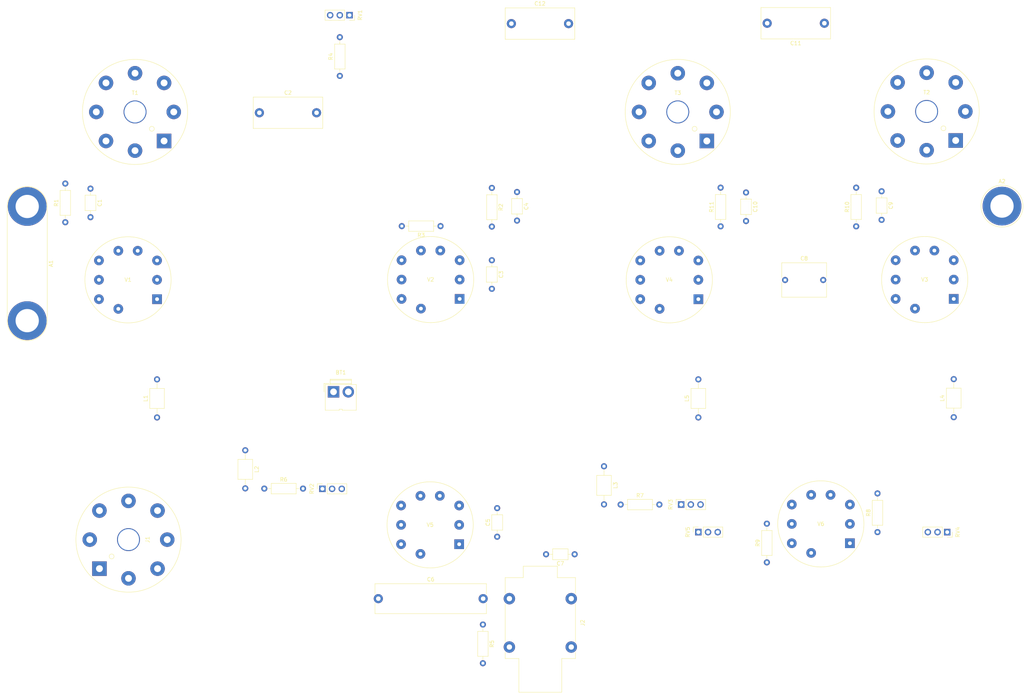
<source format=kicad_pcb>
(kicad_pcb (version 20171130) (host pcbnew "(5.1.9-0-10_14)")

  (general
    (thickness 1.6)
    (drawings 0)
    (tracks 0)
    (zones 0)
    (modules 47)
    (nets 37)
  )

  (page A4)
  (layers
    (0 F.Cu signal)
    (31 B.Cu signal)
    (32 B.Adhes user)
    (33 F.Adhes user)
    (34 B.Paste user)
    (35 F.Paste user)
    (36 B.SilkS user)
    (37 F.SilkS user)
    (38 B.Mask user)
    (39 F.Mask user)
    (40 Dwgs.User user)
    (41 Cmts.User user)
    (42 Eco1.User user)
    (43 Eco2.User user)
    (44 Edge.Cuts user)
    (45 Margin user)
    (46 B.CrtYd user)
    (47 F.CrtYd user)
    (48 B.Fab user)
    (49 F.Fab user)
  )

  (setup
    (last_trace_width 0.25)
    (trace_clearance 0.2)
    (zone_clearance 0.508)
    (zone_45_only no)
    (trace_min 0.2)
    (via_size 0.8)
    (via_drill 0.4)
    (via_min_size 0.4)
    (via_min_drill 0.3)
    (uvia_size 0.3)
    (uvia_drill 0.1)
    (uvias_allowed no)
    (uvia_min_size 0.2)
    (uvia_min_drill 0.1)
    (edge_width 0.05)
    (segment_width 0.2)
    (pcb_text_width 0.3)
    (pcb_text_size 1.5 1.5)
    (mod_edge_width 0.12)
    (mod_text_size 1 1)
    (mod_text_width 0.15)
    (pad_size 10.16 10.16)
    (pad_drill 6.1)
    (pad_to_mask_clearance 0.05)
    (aux_axis_origin 0 0)
    (visible_elements FFFFFF7F)
    (pcbplotparams
      (layerselection 0x010fc_ffffffff)
      (usegerberextensions false)
      (usegerberattributes true)
      (usegerberadvancedattributes true)
      (creategerberjobfile true)
      (excludeedgelayer true)
      (linewidth 0.100000)
      (plotframeref false)
      (viasonmask false)
      (mode 1)
      (useauxorigin false)
      (hpglpennumber 1)
      (hpglpenspeed 20)
      (hpglpendiameter 15.000000)
      (psnegative false)
      (psa4output false)
      (plotreference true)
      (plotvalue true)
      (plotinvisibletext false)
      (padsonsilk false)
      (subtractmaskfromsilk false)
      (outputformat 1)
      (mirror false)
      (drillshape 1)
      (scaleselection 1)
      (outputdirectory ""))
  )

  (net 0 "")
  (net 1 GND)
  (net 2 "Net-(J1-Pad5)")
  (net 3 "Net-(J1-Pad4)")
  (net 4 "Net-(L1-Pad2)")
  (net 5 "Net-(L4-Pad2)")
  (net 6 "Net-(L5-Pad2)")
  (net 7 "Net-(C1-Pad1)")
  (net 8 "Net-(A1-Pad1)")
  (net 9 "Net-(A2-Pad1)")
  (net 10 "Net-(C10-Pad1)")
  (net 11 "Net-(C1-Pad2)")
  (net 12 "Net-(R3-Pad2)")
  (net 13 "Net-(C3-Pad1)")
  (net 14 "Net-(C8-Pad1)")
  (net 15 "Net-(C10-Pad2)")
  (net 16 "Net-(C7-Pad2)")
  (net 17 "Net-(RV2-Pad3)")
  (net 18 "Net-(C5-Pad1)")
  (net 19 "Net-(R9-Pad1)")
  (net 20 "Net-(RV3-Pad3)")
  (net 21 "Net-(R8-Pad1)")
  (net 22 C)
  (net 23 B+1)
  (net 24 B+2)
  (net 25 "Net-(C4-Pad1)")
  (net 26 "Net-(C7-Pad1)")
  (net 27 "Net-(L2-Pad2)")
  (net 28 "Net-(L3-Pad2)")
  (net 29 "Net-(R4-Pad2)")
  (net 30 "Net-(C6-Pad2)")
  (net 31 "Net-(R6-Pad2)")
  (net 32 "Net-(R7-Pad2)")
  (net 33 "Net-(C6-Pad1)")
  (net 34 "Net-(RV4-Pad1)")
  (net 35 "Net-(RV5-Pad1)")
  (net 36 "Net-(A1-Pad2)")

  (net_class Default "This is the default net class."
    (clearance 0.2)
    (trace_width 0.25)
    (via_dia 0.8)
    (via_drill 0.4)
    (uvia_dia 0.3)
    (uvia_drill 0.1)
    (add_net B+1)
    (add_net B+2)
    (add_net C)
    (add_net GND)
    (add_net "Net-(A1-Pad1)")
    (add_net "Net-(A1-Pad2)")
    (add_net "Net-(A2-Pad1)")
    (add_net "Net-(C1-Pad1)")
    (add_net "Net-(C1-Pad2)")
    (add_net "Net-(C10-Pad1)")
    (add_net "Net-(C10-Pad2)")
    (add_net "Net-(C3-Pad1)")
    (add_net "Net-(C4-Pad1)")
    (add_net "Net-(C5-Pad1)")
    (add_net "Net-(C6-Pad1)")
    (add_net "Net-(C6-Pad2)")
    (add_net "Net-(C7-Pad1)")
    (add_net "Net-(C7-Pad2)")
    (add_net "Net-(C8-Pad1)")
    (add_net "Net-(J1-Pad4)")
    (add_net "Net-(J1-Pad5)")
    (add_net "Net-(L1-Pad2)")
    (add_net "Net-(L2-Pad2)")
    (add_net "Net-(L3-Pad2)")
    (add_net "Net-(L4-Pad2)")
    (add_net "Net-(L5-Pad2)")
    (add_net "Net-(R3-Pad2)")
    (add_net "Net-(R4-Pad2)")
    (add_net "Net-(R6-Pad2)")
    (add_net "Net-(R7-Pad2)")
    (add_net "Net-(R8-Pad1)")
    (add_net "Net-(R9-Pad1)")
    (add_net "Net-(RV2-Pad3)")
    (add_net "Net-(RV3-Pad3)")
    (add_net "Net-(RV4-Pad1)")
    (add_net "Net-(RV5-Pad1)")
    (add_net "Net-(T1-Pad3)")
    (add_net "Net-(T1-Pad5)")
    (add_net "Net-(T1-Pad6)")
    (add_net "Net-(T2-Pad3)")
    (add_net "Net-(T2-Pad4)")
    (add_net "Net-(T2-Pad6)")
    (add_net "Net-(T3-Pad3)")
    (add_net "Net-(T3-Pad4)")
    (add_net "Net-(T3-Pad6)")
  )

  (module Connector:Banana_Jack_1Pin (layer F.Cu) (tedit 5A1AB217) (tstamp 606AF207)
    (at 276.7 66.8)
    (descr "Single banana socket, footprint - 6mm drill")
    (tags "banana socket")
    (path /6064C692)
    (fp_text reference A2 (at 0 -6.5) (layer F.SilkS)
      (effects (font (size 1 1) (thickness 0.15)))
    )
    (fp_text value Pitch_Antenna (at -0.25 6.5) (layer F.Fab)
      (effects (font (size 1 1) (thickness 0.15)))
    )
    (fp_circle (center 0 0) (end 5.5 0) (layer F.SilkS) (width 0.12))
    (fp_circle (center 0 0) (end 4.85 0.05) (layer F.Fab) (width 0.1))
    (fp_circle (center 0 0) (end 2 0) (layer F.Fab) (width 0.1))
    (fp_circle (center 0 0) (end 5.75 0) (layer F.CrtYd) (width 0.05))
    (fp_text user %R (at 0 0) (layer F.Fab)
      (effects (font (size 0.8 0.8) (thickness 0.12)))
    )
    (pad 1 thru_hole circle (at 0 0) (size 10.16 10.16) (drill 6.1) (layers *.Cu *.Mask)
      (net 9 "Net-(A2-Pad1)"))
    (model ${KISYS3DMOD}/Connector.3dshapes/Banana_Jack_1Pin.wrl
      (at (xyz 0 0 0))
      (scale (xyz 2 2 2))
      (rotate (xyz 0 0 0))
    )
  )

  (module Connector:Banana_Jack_2Pin (layer F.Cu) (tedit 5A1AB217) (tstamp 606AF1FD)
    (at 21 66.9 270)
    (descr "Dual banana socket, footprint - 2 x 6mm drills")
    (tags "banana socket")
    (path /60636EC2)
    (fp_text reference A1 (at 14.985 -6.24 90) (layer F.SilkS)
      (effects (font (size 1 1) (thickness 0.15)))
    )
    (fp_text value Volume_Antenna (at 14.985 6.29 90) (layer F.Fab)
      (effects (font (size 1 1) (thickness 0.15)))
    )
    (fp_circle (center 30 0) (end 34.75 0) (layer F.Fab) (width 0.1))
    (fp_circle (center 0 0) (end 4.75 0) (layer F.Fab) (width 0.1))
    (fp_circle (center 0 0) (end 2 0) (layer F.Fab) (width 0.1))
    (fp_circle (center 30 0) (end 32 0) (layer F.Fab) (width 0.1))
    (fp_line (start 30 -5.25) (end 0 -5.25) (layer F.SilkS) (width 0.12))
    (fp_line (start 0 5.25) (end 30 5.25) (layer F.SilkS) (width 0.12))
    (fp_line (start 0 5.5) (end 30 5.5) (layer F.CrtYd) (width 0.05))
    (fp_line (start 30 -5.5) (end 0 -5.5) (layer F.CrtYd) (width 0.05))
    (fp_arc (start 0 0) (end 0 5.25) (angle 180) (layer F.SilkS) (width 0.12))
    (fp_arc (start 30 0) (end 30 -5.25) (angle 180) (layer F.SilkS) (width 0.12))
    (fp_arc (start 30 0) (end 30 -5.5) (angle 180) (layer F.CrtYd) (width 0.05))
    (fp_arc (start 0 0) (end 0 5.5) (angle 180) (layer F.CrtYd) (width 0.05))
    (fp_text user %R (at 14.985 0 90) (layer F.Fab)
      (effects (font (size 1 1) (thickness 0.15)))
    )
    (pad 2 thru_hole circle (at 29.97 0 270) (size 10.16 10.16) (drill 6.1) (layers *.Cu *.Mask)
      (net 36 "Net-(A1-Pad2)"))
    (pad 1 thru_hole circle (at 0 0 270) (size 10.16 10.16) (drill 6.1) (layers *.Cu *.Mask)
      (net 8 "Net-(A1-Pad1)"))
    (model ${KISYS3DMOD}/Connector.3dshapes/Banana_Jack_2Pin.wrl
      (offset (xyz 14.98599977493286 0 0))
      (scale (xyz 2 2 2))
      (rotate (xyz 0 0 0))
    )
  )

  (module Capacitor_THT:C_Rect_L18.0mm_W8.0mm_P15.00mm_FKS3_FKP3 (layer F.Cu) (tedit 5AE50EF0) (tstamp 606AE552)
    (at 148 18.9)
    (descr "C, Rect series, Radial, pin pitch=15.00mm, , length*width=18*8mm^2, Capacitor, http://www.wima.com/EN/WIMA_FKS_3.pdf")
    (tags "C Rect series Radial pin pitch 15.00mm  length 18mm width 8mm Capacitor")
    (path /606A2F12)
    (fp_text reference C12 (at 7.5 -5.25) (layer F.SilkS)
      (effects (font (size 1 1) (thickness 0.15)))
    )
    (fp_text value 1-100pF (at 7.5 5.25) (layer F.Fab)
      (effects (font (size 1 1) (thickness 0.15)))
    )
    (fp_line (start -1.5 -4) (end -1.5 4) (layer F.Fab) (width 0.1))
    (fp_line (start -1.5 4) (end 16.5 4) (layer F.Fab) (width 0.1))
    (fp_line (start 16.5 4) (end 16.5 -4) (layer F.Fab) (width 0.1))
    (fp_line (start 16.5 -4) (end -1.5 -4) (layer F.Fab) (width 0.1))
    (fp_line (start -1.62 -4.12) (end 16.62 -4.12) (layer F.SilkS) (width 0.12))
    (fp_line (start -1.62 4.12) (end 16.62 4.12) (layer F.SilkS) (width 0.12))
    (fp_line (start -1.62 -4.12) (end -1.62 4.12) (layer F.SilkS) (width 0.12))
    (fp_line (start 16.62 -4.12) (end 16.62 4.12) (layer F.SilkS) (width 0.12))
    (fp_line (start -1.75 -4.25) (end -1.75 4.25) (layer F.CrtYd) (width 0.05))
    (fp_line (start -1.75 4.25) (end 16.75 4.25) (layer F.CrtYd) (width 0.05))
    (fp_line (start 16.75 4.25) (end 16.75 -4.25) (layer F.CrtYd) (width 0.05))
    (fp_line (start 16.75 -4.25) (end -1.75 -4.25) (layer F.CrtYd) (width 0.05))
    (fp_text user %R (at 7.5 0) (layer F.Fab)
      (effects (font (size 1 1) (thickness 0.15)))
    )
    (pad 2 thru_hole circle (at 15 0) (size 2.4 2.4) (drill 1.2) (layers *.Cu *.Mask)
      (net 1 GND))
    (pad 1 thru_hole circle (at 0 0) (size 2.4 2.4) (drill 1.2) (layers *.Cu *.Mask)
      (net 10 "Net-(C10-Pad1)"))
    (model ${KISYS3DMOD}/Capacitor_THT.3dshapes/C_Rect_L18.0mm_W8.0mm_P15.00mm_FKS3_FKP3.wrl
      (at (xyz 0 0 0))
      (scale (xyz 1 1 1))
      (rotate (xyz 0 0 0))
    )
  )

  (module Capacitor_THT:C_Rect_L18.0mm_W8.0mm_P15.00mm_FKS3_FKP3 (layer F.Cu) (tedit 5AE50EF0) (tstamp 606ADE9B)
    (at 230.1 18.8 180)
    (descr "C, Rect series, Radial, pin pitch=15.00mm, , length*width=18*8mm^2, Capacitor, http://www.wima.com/EN/WIMA_FKS_3.pdf")
    (tags "C Rect series Radial pin pitch 15.00mm  length 18mm width 8mm Capacitor")
    (path /6060755F)
    (fp_text reference C11 (at 7.5 -5.25) (layer F.SilkS)
      (effects (font (size 1 1) (thickness 0.15)))
    )
    (fp_text value 1-100pF (at 7.5 5.25) (layer F.Fab)
      (effects (font (size 1 1) (thickness 0.15)))
    )
    (fp_line (start -1.5 -4) (end -1.5 4) (layer F.Fab) (width 0.1))
    (fp_line (start -1.5 4) (end 16.5 4) (layer F.Fab) (width 0.1))
    (fp_line (start 16.5 4) (end 16.5 -4) (layer F.Fab) (width 0.1))
    (fp_line (start 16.5 -4) (end -1.5 -4) (layer F.Fab) (width 0.1))
    (fp_line (start -1.62 -4.12) (end 16.62 -4.12) (layer F.SilkS) (width 0.12))
    (fp_line (start -1.62 4.12) (end 16.62 4.12) (layer F.SilkS) (width 0.12))
    (fp_line (start -1.62 -4.12) (end -1.62 4.12) (layer F.SilkS) (width 0.12))
    (fp_line (start 16.62 -4.12) (end 16.62 4.12) (layer F.SilkS) (width 0.12))
    (fp_line (start -1.75 -4.25) (end -1.75 4.25) (layer F.CrtYd) (width 0.05))
    (fp_line (start -1.75 4.25) (end 16.75 4.25) (layer F.CrtYd) (width 0.05))
    (fp_line (start 16.75 4.25) (end 16.75 -4.25) (layer F.CrtYd) (width 0.05))
    (fp_line (start 16.75 -4.25) (end -1.75 -4.25) (layer F.CrtYd) (width 0.05))
    (fp_text user %R (at 7.5 0) (layer F.Fab)
      (effects (font (size 1 1) (thickness 0.15)))
    )
    (pad 2 thru_hole circle (at 15 0 180) (size 2.4 2.4) (drill 1.2) (layers *.Cu *.Mask)
      (net 1 GND))
    (pad 1 thru_hole circle (at 0 0 180) (size 2.4 2.4) (drill 1.2) (layers *.Cu *.Mask)
      (net 9 "Net-(A2-Pad1)"))
    (model ${KISYS3DMOD}/Capacitor_THT.3dshapes/C_Rect_L18.0mm_W8.0mm_P15.00mm_FKS3_FKP3.wrl
      (at (xyz 0 0 0))
      (scale (xyz 1 1 1))
      (rotate (xyz 0 0 0))
    )
  )

  (module Capacitor_THT:C_Rect_L11.5mm_W8.8mm_P10.00mm_MKT (layer F.Cu) (tedit 5AE50EF0) (tstamp 606ADE30)
    (at 219.8 86.2)
    (descr "C, Rect series, Radial, pin pitch=10.00mm, , length*width=11.5*8.8mm^2, Capacitor, https://en.tdk.eu/inf/20/20/db/fc_2009/MKT_B32560_564.pdf")
    (tags "C Rect series Radial pin pitch 10.00mm  length 11.5mm width 8.8mm Capacitor")
    (path /606A754B)
    (fp_text reference C8 (at 5 -5.65) (layer F.SilkS)
      (effects (font (size 1 1) (thickness 0.15)))
    )
    (fp_text value 1-10pF (at 5 5.65) (layer F.Fab)
      (effects (font (size 1 1) (thickness 0.15)))
    )
    (fp_line (start -0.75 -4.4) (end -0.75 4.4) (layer F.Fab) (width 0.1))
    (fp_line (start -0.75 4.4) (end 10.75 4.4) (layer F.Fab) (width 0.1))
    (fp_line (start 10.75 4.4) (end 10.75 -4.4) (layer F.Fab) (width 0.1))
    (fp_line (start 10.75 -4.4) (end -0.75 -4.4) (layer F.Fab) (width 0.1))
    (fp_line (start -0.87 -4.52) (end 10.87 -4.52) (layer F.SilkS) (width 0.12))
    (fp_line (start -0.87 4.52) (end 10.87 4.52) (layer F.SilkS) (width 0.12))
    (fp_line (start -0.87 -4.52) (end -0.87 -0.665) (layer F.SilkS) (width 0.12))
    (fp_line (start -0.87 0.665) (end -0.87 4.52) (layer F.SilkS) (width 0.12))
    (fp_line (start 10.87 -4.52) (end 10.87 -0.665) (layer F.SilkS) (width 0.12))
    (fp_line (start 10.87 0.665) (end 10.87 4.52) (layer F.SilkS) (width 0.12))
    (fp_line (start -1.05 -4.65) (end -1.05 4.65) (layer F.CrtYd) (width 0.05))
    (fp_line (start -1.05 4.65) (end 11.05 4.65) (layer F.CrtYd) (width 0.05))
    (fp_line (start 11.05 4.65) (end 11.05 -4.65) (layer F.CrtYd) (width 0.05))
    (fp_line (start 11.05 -4.65) (end -1.05 -4.65) (layer F.CrtYd) (width 0.05))
    (fp_text user %R (at 5 0) (layer F.Fab)
      (effects (font (size 1 1) (thickness 0.15)))
    )
    (pad 2 thru_hole circle (at 10 0) (size 1.6 1.6) (drill 0.8) (layers *.Cu *.Mask)
      (net 15 "Net-(C10-Pad2)"))
    (pad 1 thru_hole circle (at 0 0) (size 1.6 1.6) (drill 0.8) (layers *.Cu *.Mask)
      (net 14 "Net-(C8-Pad1)"))
    (model ${KISYS3DMOD}/Capacitor_THT.3dshapes/C_Rect_L11.5mm_W8.8mm_P10.00mm_MKT.wrl
      (at (xyz 0 0 0))
      (scale (xyz 1 1 1))
      (rotate (xyz 0 0 0))
    )
  )

  (module Capacitor_THT:C_Rect_L18.0mm_W8.0mm_P15.00mm_FKS3_FKP3 (layer F.Cu) (tedit 5AE50EF0) (tstamp 606AE473)
    (at 81.9 42.3)
    (descr "C, Rect series, Radial, pin pitch=15.00mm, , length*width=18*8mm^2, Capacitor, http://www.wima.com/EN/WIMA_FKS_3.pdf")
    (tags "C Rect series Radial pin pitch 15.00mm  length 18mm width 8mm Capacitor")
    (path /6067EF34)
    (fp_text reference C2 (at 7.5 -5.25) (layer F.SilkS)
      (effects (font (size 1 1) (thickness 0.15)))
    )
    (fp_text value 1-100pF (at 7.5 5.25) (layer F.Fab)
      (effects (font (size 1 1) (thickness 0.15)))
    )
    (fp_line (start -1.5 -4) (end -1.5 4) (layer F.Fab) (width 0.1))
    (fp_line (start -1.5 4) (end 16.5 4) (layer F.Fab) (width 0.1))
    (fp_line (start 16.5 4) (end 16.5 -4) (layer F.Fab) (width 0.1))
    (fp_line (start 16.5 -4) (end -1.5 -4) (layer F.Fab) (width 0.1))
    (fp_line (start -1.62 -4.12) (end 16.62 -4.12) (layer F.SilkS) (width 0.12))
    (fp_line (start -1.62 4.12) (end 16.62 4.12) (layer F.SilkS) (width 0.12))
    (fp_line (start -1.62 -4.12) (end -1.62 4.12) (layer F.SilkS) (width 0.12))
    (fp_line (start 16.62 -4.12) (end 16.62 4.12) (layer F.SilkS) (width 0.12))
    (fp_line (start -1.75 -4.25) (end -1.75 4.25) (layer F.CrtYd) (width 0.05))
    (fp_line (start -1.75 4.25) (end 16.75 4.25) (layer F.CrtYd) (width 0.05))
    (fp_line (start 16.75 4.25) (end 16.75 -4.25) (layer F.CrtYd) (width 0.05))
    (fp_line (start 16.75 -4.25) (end -1.75 -4.25) (layer F.CrtYd) (width 0.05))
    (fp_text user %R (at 7.5 0) (layer F.Fab)
      (effects (font (size 1 1) (thickness 0.15)))
    )
    (pad 2 thru_hole circle (at 15 0) (size 2.4 2.4) (drill 1.2) (layers *.Cu *.Mask)
      (net 1 GND))
    (pad 1 thru_hole circle (at 0 0) (size 2.4 2.4) (drill 1.2) (layers *.Cu *.Mask)
      (net 7 "Net-(C1-Pad1)"))
    (model ${KISYS3DMOD}/Capacitor_THT.3dshapes/C_Rect_L18.0mm_W8.0mm_P15.00mm_FKS3_FKP3.wrl
      (at (xyz 0 0 0))
      (scale (xyz 1 1 1))
      (rotate (xyz 0 0 0))
    )
  )

  (module Connector_Audio:Jack_6.35mm_Neutrik_NMJ4HFD3_Horizontal (layer F.Cu) (tedit 5C194A83) (tstamp 60630E46)
    (at 163.708 169.8465 270)
    (descr "M Series, 6.35mm (1/4in) mono jack, switched, with a full threaded nose and offset PCB pins, https://www.neutrik.com/en/product/nmj4hfd3")
    (tags "neutrik jack m")
    (path /607E5E79)
    (fp_text reference J2 (at 6.35 -3 90) (layer F.SilkS)
      (effects (font (size 1 1) (thickness 0.15)))
    )
    (fp_text value "Audio Out" (at 6.35 19 90) (layer F.Fab)
      (effects (font (size 1 1) (thickness 0.15)))
    )
    (fp_line (start 15.72 2.495) (end 15.72 -1.105) (layer F.SilkS) (width 0.12))
    (fp_line (start -5.52 3.645) (end -5.52 -1.105) (layer F.SilkS) (width 0.12))
    (fp_line (start -8.52 3.645) (end -5.52 3.645) (layer F.SilkS) (width 0.12))
    (fp_line (start -8.52 12.545) (end -8.52 3.645) (layer F.SilkS) (width 0.12))
    (fp_line (start -8.4 3.765) (end -5.4 3.765) (layer F.Fab) (width 0.1))
    (fp_line (start -8.4 12.465) (end -5.4 12.465) (layer F.Fab) (width 0.1))
    (fp_line (start 24.45 2.615) (end 15.6 2.615) (layer F.Fab) (width 0.1))
    (fp_line (start 24.45 13.615) (end 15.6 13.615) (layer F.Fab) (width 0.1))
    (fp_line (start 24.45 13.615) (end 24.45 2.615) (layer F.Fab) (width 0.1))
    (fp_line (start -5.4 17.215) (end -5.4 -0.985) (layer F.Fab) (width 0.1))
    (fp_line (start -8.4 12.465) (end -8.4 3.765) (layer F.Fab) (width 0.1))
    (fp_line (start 15.6 -0.985) (end -5.4 -0.985) (layer F.Fab) (width 0.1))
    (fp_line (start 15.6 17.215) (end 15.6 -0.985) (layer F.Fab) (width 0.1))
    (fp_line (start 15.6 17.215) (end -5.4 17.215) (layer F.Fab) (width 0.1))
    (fp_line (start -5.52 17.335) (end -5.52 12.585) (layer F.SilkS) (width 0.12))
    (fp_line (start -5.52 -1.105) (end -1.4 -1.105) (layer F.SilkS) (width 0.12))
    (fp_line (start 1.4 -1.105) (end 11.3 -1.105) (layer F.SilkS) (width 0.12))
    (fp_line (start 11.3 17.335) (end 1.4 17.335) (layer F.SilkS) (width 0.12))
    (fp_line (start -1.4 17.335) (end -5.52 17.335) (layer F.SilkS) (width 0.12))
    (fp_line (start 15.72 17.335) (end 14.1 17.335) (layer F.SilkS) (width 0.12))
    (fp_line (start 15.72 -1.105) (end 14.1 -1.105) (layer F.SilkS) (width 0.12))
    (fp_line (start 15.72 17.335) (end 15.72 13.735) (layer F.SilkS) (width 0.12))
    (fp_line (start -8.52 12.585) (end -5.52 12.585) (layer F.SilkS) (width 0.12))
    (fp_line (start 15.72 13.735) (end 24.57 13.735) (layer F.SilkS) (width 0.12))
    (fp_line (start 24.57 13.735) (end 24.57 2.495) (layer F.SilkS) (width 0.12))
    (fp_line (start 15.72 2.495) (end 24.57 2.495) (layer F.SilkS) (width 0.12))
    (fp_line (start -8.9 18.23) (end -8.9 -2) (layer F.CrtYd) (width 0.05))
    (fp_line (start 24.95 -2) (end -8.9 -2) (layer F.CrtYd) (width 0.05))
    (fp_line (start 24.95 18.23) (end 24.95 -2) (layer F.CrtYd) (width 0.05))
    (fp_line (start -8.9 18.23) (end 24.95 18.23) (layer F.CrtYd) (width 0.05))
    (fp_text user %R (at 6.35 8.115 90) (layer F.Fab)
      (effects (font (size 1 1) (thickness 0.15)))
    )
    (pad TN thru_hole circle (at 0 16.23 270) (size 3 3) (drill 1.4) (layers *.Cu *.Mask)
      (net 30 "Net-(C6-Pad2)"))
    (pad SN thru_hole circle (at 12.7 16.23 270) (size 3 3) (drill 1.4) (layers *.Cu *.Mask)
      (net 1 GND))
    (pad T thru_hole circle (at 0 0 270) (size 3 3) (drill 1.4) (layers *.Cu *.Mask)
      (net 30 "Net-(C6-Pad2)"))
    (pad S thru_hole circle (at 12.7 0 270) (size 3 3) (drill 1.4) (layers *.Cu *.Mask)
      (net 1 GND))
    (model ${KISYS3DMOD}/Connector_Audio.3dshapes/Jack_6.35mm_Neutrik_NMJ4HFD3_Horizontal.wrl
      (at (xyz 0 0 0))
      (scale (xyz 1 1 1))
      (rotate (xyz 0 0 0))
    )
  )

  (module Capacitor_THT:C_Rect_L29.0mm_W7.6mm_P27.50mm_MKT (layer F.Cu) (tedit 5AE50EF0) (tstamp 60630D79)
    (at 113.0985 169.8465)
    (descr "C, Rect series, Radial, pin pitch=27.50mm, , length*width=29*7.6mm^2, Capacitor, https://en.tdk.eu/inf/20/20/db/fc_2009/MKT_B32560_564.pdf")
    (tags "C Rect series Radial pin pitch 27.50mm  length 29mm width 7.6mm Capacitor")
    (path /606AA4CC)
    (fp_text reference C6 (at 13.75 -5.05) (layer F.SilkS)
      (effects (font (size 1 1) (thickness 0.15)))
    )
    (fp_text value 0.2uF (at 13.75 5.05) (layer F.Fab)
      (effects (font (size 1 1) (thickness 0.15)))
    )
    (fp_line (start 28.95 -4.05) (end -1.45 -4.05) (layer F.CrtYd) (width 0.05))
    (fp_line (start 28.95 4.05) (end 28.95 -4.05) (layer F.CrtYd) (width 0.05))
    (fp_line (start -1.45 4.05) (end 28.95 4.05) (layer F.CrtYd) (width 0.05))
    (fp_line (start -1.45 -4.05) (end -1.45 4.05) (layer F.CrtYd) (width 0.05))
    (fp_line (start 28.37 1.185) (end 28.37 3.92) (layer F.SilkS) (width 0.12))
    (fp_line (start 28.37 -3.92) (end 28.37 -1.185) (layer F.SilkS) (width 0.12))
    (fp_line (start -0.87 1.185) (end -0.87 3.92) (layer F.SilkS) (width 0.12))
    (fp_line (start -0.87 -3.92) (end -0.87 -1.185) (layer F.SilkS) (width 0.12))
    (fp_line (start -0.87 3.92) (end 28.37 3.92) (layer F.SilkS) (width 0.12))
    (fp_line (start -0.87 -3.92) (end 28.37 -3.92) (layer F.SilkS) (width 0.12))
    (fp_line (start 28.25 -3.8) (end -0.75 -3.8) (layer F.Fab) (width 0.1))
    (fp_line (start 28.25 3.8) (end 28.25 -3.8) (layer F.Fab) (width 0.1))
    (fp_line (start -0.75 3.8) (end 28.25 3.8) (layer F.Fab) (width 0.1))
    (fp_line (start -0.75 -3.8) (end -0.75 3.8) (layer F.Fab) (width 0.1))
    (fp_text user %R (at 13.75 0) (layer F.Fab)
      (effects (font (size 1 1) (thickness 0.15)))
    )
    (pad 2 thru_hole circle (at 27.5 0) (size 2.4 2.4) (drill 1.2) (layers *.Cu *.Mask)
      (net 30 "Net-(C6-Pad2)"))
    (pad 1 thru_hole circle (at 0 0) (size 2.4 2.4) (drill 1.2) (layers *.Cu *.Mask)
      (net 33 "Net-(C6-Pad1)"))
    (model ${KISYS3DMOD}/Capacitor_THT.3dshapes/C_Rect_L29.0mm_W7.6mm_P27.50mm_MKT.wrl
      (at (xyz 0 0 0))
      (scale (xyz 1 1 1))
      (rotate (xyz 0 0 0))
    )
  )

  (module Connector_PinSocket_2.54mm:PinSocket_1x03_P2.54mm_Vertical (layer F.Cu) (tedit 5A19A429) (tstamp 6062CDBA)
    (at 197.0455 152.384 90)
    (descr "Through hole straight socket strip, 1x03, 2.54mm pitch, single row (from Kicad 4.0.7), script generated")
    (tags "Through hole socket strip THT 1x03 2.54mm single row")
    (path /60657A00)
    (fp_text reference RV5 (at 0 -2.77 90) (layer F.SilkS)
      (effects (font (size 1 1) (thickness 0.15)))
    )
    (fp_text value 50K (at 0 7.85 90) (layer F.Fab)
      (effects (font (size 1 1) (thickness 0.15)))
    )
    (fp_line (start -1.27 -1.27) (end 0.635 -1.27) (layer F.Fab) (width 0.1))
    (fp_line (start 0.635 -1.27) (end 1.27 -0.635) (layer F.Fab) (width 0.1))
    (fp_line (start 1.27 -0.635) (end 1.27 6.35) (layer F.Fab) (width 0.1))
    (fp_line (start 1.27 6.35) (end -1.27 6.35) (layer F.Fab) (width 0.1))
    (fp_line (start -1.27 6.35) (end -1.27 -1.27) (layer F.Fab) (width 0.1))
    (fp_line (start -1.33 1.27) (end 1.33 1.27) (layer F.SilkS) (width 0.12))
    (fp_line (start -1.33 1.27) (end -1.33 6.41) (layer F.SilkS) (width 0.12))
    (fp_line (start -1.33 6.41) (end 1.33 6.41) (layer F.SilkS) (width 0.12))
    (fp_line (start 1.33 1.27) (end 1.33 6.41) (layer F.SilkS) (width 0.12))
    (fp_line (start 1.33 -1.33) (end 1.33 0) (layer F.SilkS) (width 0.12))
    (fp_line (start 0 -1.33) (end 1.33 -1.33) (layer F.SilkS) (width 0.12))
    (fp_line (start -1.8 -1.8) (end 1.75 -1.8) (layer F.CrtYd) (width 0.05))
    (fp_line (start 1.75 -1.8) (end 1.75 6.85) (layer F.CrtYd) (width 0.05))
    (fp_line (start 1.75 6.85) (end -1.8 6.85) (layer F.CrtYd) (width 0.05))
    (fp_line (start -1.8 6.85) (end -1.8 -1.8) (layer F.CrtYd) (width 0.05))
    (fp_text user %R (at 0 2.54) (layer F.Fab)
      (effects (font (size 1 1) (thickness 0.15)))
    )
    (pad 3 thru_hole oval (at 0 5.08 90) (size 1.7 1.7) (drill 1) (layers *.Cu *.Mask)
      (net 19 "Net-(R9-Pad1)"))
    (pad 2 thru_hole oval (at 0 2.54 90) (size 1.7 1.7) (drill 1) (layers *.Cu *.Mask)
      (net 35 "Net-(RV5-Pad1)"))
    (pad 1 thru_hole rect (at 0 0 90) (size 1.7 1.7) (drill 1) (layers *.Cu *.Mask)
      (net 35 "Net-(RV5-Pad1)"))
    (model ${KISYS3DMOD}/Connector_PinSocket_2.54mm.3dshapes/PinSocket_1x03_P2.54mm_Vertical.wrl
      (at (xyz 0 0 0))
      (scale (xyz 1 1 1))
      (rotate (xyz 0 0 0))
    )
  )

  (module Connector_PinSocket_2.54mm:PinSocket_1x03_P2.54mm_Vertical (layer F.Cu) (tedit 5A19A429) (tstamp 6062F14D)
    (at 262.3235 152.384 270)
    (descr "Through hole straight socket strip, 1x03, 2.54mm pitch, single row (from Kicad 4.0.7), script generated")
    (tags "Through hole socket strip THT 1x03 2.54mm single row")
    (path /606589B0)
    (fp_text reference RV4 (at 0 -2.77 90) (layer F.SilkS)
      (effects (font (size 1 1) (thickness 0.15)))
    )
    (fp_text value 25K (at 0 7.85 90) (layer F.Fab)
      (effects (font (size 1 1) (thickness 0.15)))
    )
    (fp_line (start -1.27 -1.27) (end 0.635 -1.27) (layer F.Fab) (width 0.1))
    (fp_line (start 0.635 -1.27) (end 1.27 -0.635) (layer F.Fab) (width 0.1))
    (fp_line (start 1.27 -0.635) (end 1.27 6.35) (layer F.Fab) (width 0.1))
    (fp_line (start 1.27 6.35) (end -1.27 6.35) (layer F.Fab) (width 0.1))
    (fp_line (start -1.27 6.35) (end -1.27 -1.27) (layer F.Fab) (width 0.1))
    (fp_line (start -1.33 1.27) (end 1.33 1.27) (layer F.SilkS) (width 0.12))
    (fp_line (start -1.33 1.27) (end -1.33 6.41) (layer F.SilkS) (width 0.12))
    (fp_line (start -1.33 6.41) (end 1.33 6.41) (layer F.SilkS) (width 0.12))
    (fp_line (start 1.33 1.27) (end 1.33 6.41) (layer F.SilkS) (width 0.12))
    (fp_line (start 1.33 -1.33) (end 1.33 0) (layer F.SilkS) (width 0.12))
    (fp_line (start 0 -1.33) (end 1.33 -1.33) (layer F.SilkS) (width 0.12))
    (fp_line (start -1.8 -1.8) (end 1.75 -1.8) (layer F.CrtYd) (width 0.05))
    (fp_line (start 1.75 -1.8) (end 1.75 6.85) (layer F.CrtYd) (width 0.05))
    (fp_line (start 1.75 6.85) (end -1.8 6.85) (layer F.CrtYd) (width 0.05))
    (fp_line (start -1.8 6.85) (end -1.8 -1.8) (layer F.CrtYd) (width 0.05))
    (fp_text user %R (at 0 2.54 90) (layer F.Fab)
      (effects (font (size 1 1) (thickness 0.15)))
    )
    (pad 3 thru_hole oval (at 0 5.08 270) (size 1.7 1.7) (drill 1) (layers *.Cu *.Mask)
      (net 21 "Net-(R8-Pad1)"))
    (pad 2 thru_hole oval (at 0 2.54 270) (size 1.7 1.7) (drill 1) (layers *.Cu *.Mask)
      (net 34 "Net-(RV4-Pad1)"))
    (pad 1 thru_hole rect (at 0 0 270) (size 1.7 1.7) (drill 1) (layers *.Cu *.Mask)
      (net 34 "Net-(RV4-Pad1)"))
    (model ${KISYS3DMOD}/Connector_PinSocket_2.54mm.3dshapes/PinSocket_1x03_P2.54mm_Vertical.wrl
      (at (xyz 0 0 0))
      (scale (xyz 1 1 1))
      (rotate (xyz 0 0 0))
    )
  )

  (module Connector_PinSocket_2.54mm:PinSocket_1x03_P2.54mm_Vertical (layer F.Cu) (tedit 5A19A429) (tstamp 6062CD8C)
    (at 192.537 145.145 90)
    (descr "Through hole straight socket strip, 1x03, 2.54mm pitch, single row (from Kicad 4.0.7), script generated")
    (tags "Through hole socket strip THT 1x03 2.54mm single row")
    (path /6068B284)
    (fp_text reference RV3 (at 0 -2.77 90) (layer F.SilkS)
      (effects (font (size 1 1) (thickness 0.15)))
    )
    (fp_text value 100K (at 0 7.85 90) (layer F.Fab)
      (effects (font (size 1 1) (thickness 0.15)))
    )
    (fp_line (start -1.27 -1.27) (end 0.635 -1.27) (layer F.Fab) (width 0.1))
    (fp_line (start 0.635 -1.27) (end 1.27 -0.635) (layer F.Fab) (width 0.1))
    (fp_line (start 1.27 -0.635) (end 1.27 6.35) (layer F.Fab) (width 0.1))
    (fp_line (start 1.27 6.35) (end -1.27 6.35) (layer F.Fab) (width 0.1))
    (fp_line (start -1.27 6.35) (end -1.27 -1.27) (layer F.Fab) (width 0.1))
    (fp_line (start -1.33 1.27) (end 1.33 1.27) (layer F.SilkS) (width 0.12))
    (fp_line (start -1.33 1.27) (end -1.33 6.41) (layer F.SilkS) (width 0.12))
    (fp_line (start -1.33 6.41) (end 1.33 6.41) (layer F.SilkS) (width 0.12))
    (fp_line (start 1.33 1.27) (end 1.33 6.41) (layer F.SilkS) (width 0.12))
    (fp_line (start 1.33 -1.33) (end 1.33 0) (layer F.SilkS) (width 0.12))
    (fp_line (start 0 -1.33) (end 1.33 -1.33) (layer F.SilkS) (width 0.12))
    (fp_line (start -1.8 -1.8) (end 1.75 -1.8) (layer F.CrtYd) (width 0.05))
    (fp_line (start 1.75 -1.8) (end 1.75 6.85) (layer F.CrtYd) (width 0.05))
    (fp_line (start 1.75 6.85) (end -1.8 6.85) (layer F.CrtYd) (width 0.05))
    (fp_line (start -1.8 6.85) (end -1.8 -1.8) (layer F.CrtYd) (width 0.05))
    (fp_text user %R (at 0 2.54) (layer F.Fab)
      (effects (font (size 1 1) (thickness 0.15)))
    )
    (pad 3 thru_hole oval (at 0 5.08 90) (size 1.7 1.7) (drill 1) (layers *.Cu *.Mask)
      (net 20 "Net-(RV3-Pad3)"))
    (pad 2 thru_hole oval (at 0 2.54 90) (size 1.7 1.7) (drill 1) (layers *.Cu *.Mask)
      (net 26 "Net-(C7-Pad1)"))
    (pad 1 thru_hole rect (at 0 0 90) (size 1.7 1.7) (drill 1) (layers *.Cu *.Mask)
      (net 32 "Net-(R7-Pad2)"))
    (model ${KISYS3DMOD}/Connector_PinSocket_2.54mm.3dshapes/PinSocket_1x03_P2.54mm_Vertical.wrl
      (at (xyz 0 0 0))
      (scale (xyz 1 1 1))
      (rotate (xyz 0 0 0))
    )
  )

  (module Connector_PinSocket_2.54mm:PinSocket_1x03_P2.54mm_Vertical (layer F.Cu) (tedit 5A19A429) (tstamp 6062E71C)
    (at 98.43 141.0175 90)
    (descr "Through hole straight socket strip, 1x03, 2.54mm pitch, single row (from Kicad 4.0.7), script generated")
    (tags "Through hole socket strip THT 1x03 2.54mm single row")
    (path /606AA4B6)
    (fp_text reference RV2 (at 0 -2.77 90) (layer F.SilkS)
      (effects (font (size 1 1) (thickness 0.15)))
    )
    (fp_text value 100K (at 0 7.85 90) (layer F.Fab)
      (effects (font (size 1 1) (thickness 0.15)))
    )
    (fp_line (start -1.27 -1.27) (end 0.635 -1.27) (layer F.Fab) (width 0.1))
    (fp_line (start 0.635 -1.27) (end 1.27 -0.635) (layer F.Fab) (width 0.1))
    (fp_line (start 1.27 -0.635) (end 1.27 6.35) (layer F.Fab) (width 0.1))
    (fp_line (start 1.27 6.35) (end -1.27 6.35) (layer F.Fab) (width 0.1))
    (fp_line (start -1.27 6.35) (end -1.27 -1.27) (layer F.Fab) (width 0.1))
    (fp_line (start -1.33 1.27) (end 1.33 1.27) (layer F.SilkS) (width 0.12))
    (fp_line (start -1.33 1.27) (end -1.33 6.41) (layer F.SilkS) (width 0.12))
    (fp_line (start -1.33 6.41) (end 1.33 6.41) (layer F.SilkS) (width 0.12))
    (fp_line (start 1.33 1.27) (end 1.33 6.41) (layer F.SilkS) (width 0.12))
    (fp_line (start 1.33 -1.33) (end 1.33 0) (layer F.SilkS) (width 0.12))
    (fp_line (start 0 -1.33) (end 1.33 -1.33) (layer F.SilkS) (width 0.12))
    (fp_line (start -1.8 -1.8) (end 1.75 -1.8) (layer F.CrtYd) (width 0.05))
    (fp_line (start 1.75 -1.8) (end 1.75 6.85) (layer F.CrtYd) (width 0.05))
    (fp_line (start 1.75 6.85) (end -1.8 6.85) (layer F.CrtYd) (width 0.05))
    (fp_line (start -1.8 6.85) (end -1.8 -1.8) (layer F.CrtYd) (width 0.05))
    (fp_text user %R (at 0 2.54) (layer F.Fab)
      (effects (font (size 1 1) (thickness 0.15)))
    )
    (pad 3 thru_hole oval (at 0 5.08 90) (size 1.7 1.7) (drill 1) (layers *.Cu *.Mask)
      (net 17 "Net-(RV2-Pad3)"))
    (pad 2 thru_hole oval (at 0 2.54 90) (size 1.7 1.7) (drill 1) (layers *.Cu *.Mask)
      (net 33 "Net-(C6-Pad1)"))
    (pad 1 thru_hole rect (at 0 0 90) (size 1.7 1.7) (drill 1) (layers *.Cu *.Mask)
      (net 31 "Net-(R6-Pad2)"))
    (model ${KISYS3DMOD}/Connector_PinSocket_2.54mm.3dshapes/PinSocket_1x03_P2.54mm_Vertical.wrl
      (at (xyz 0 0 0))
      (scale (xyz 1 1 1))
      (rotate (xyz 0 0 0))
    )
  )

  (module Connector_PinSocket_2.54mm:PinSocket_1x03_P2.54mm_Vertical (layer F.Cu) (tedit 5A19A429) (tstamp 6062E7B7)
    (at 105.542 16.6845 270)
    (descr "Through hole straight socket strip, 1x03, 2.54mm pitch, single row (from Kicad 4.0.7), script generated")
    (tags "Through hole socket strip THT 1x03 2.54mm single row")
    (path /607294D9)
    (fp_text reference RV1 (at 0 -2.77 90) (layer F.SilkS)
      (effects (font (size 1 1) (thickness 0.15)))
    )
    (fp_text value 1M (at 0 7.85 90) (layer F.Fab)
      (effects (font (size 1 1) (thickness 0.15)))
    )
    (fp_line (start -1.27 -1.27) (end 0.635 -1.27) (layer F.Fab) (width 0.1))
    (fp_line (start 0.635 -1.27) (end 1.27 -0.635) (layer F.Fab) (width 0.1))
    (fp_line (start 1.27 -0.635) (end 1.27 6.35) (layer F.Fab) (width 0.1))
    (fp_line (start 1.27 6.35) (end -1.27 6.35) (layer F.Fab) (width 0.1))
    (fp_line (start -1.27 6.35) (end -1.27 -1.27) (layer F.Fab) (width 0.1))
    (fp_line (start -1.33 1.27) (end 1.33 1.27) (layer F.SilkS) (width 0.12))
    (fp_line (start -1.33 1.27) (end -1.33 6.41) (layer F.SilkS) (width 0.12))
    (fp_line (start -1.33 6.41) (end 1.33 6.41) (layer F.SilkS) (width 0.12))
    (fp_line (start 1.33 1.27) (end 1.33 6.41) (layer F.SilkS) (width 0.12))
    (fp_line (start 1.33 -1.33) (end 1.33 0) (layer F.SilkS) (width 0.12))
    (fp_line (start 0 -1.33) (end 1.33 -1.33) (layer F.SilkS) (width 0.12))
    (fp_line (start -1.8 -1.8) (end 1.75 -1.8) (layer F.CrtYd) (width 0.05))
    (fp_line (start 1.75 -1.8) (end 1.75 6.85) (layer F.CrtYd) (width 0.05))
    (fp_line (start 1.75 6.85) (end -1.8 6.85) (layer F.CrtYd) (width 0.05))
    (fp_line (start -1.8 6.85) (end -1.8 -1.8) (layer F.CrtYd) (width 0.05))
    (fp_text user %R (at 0 2.54) (layer F.Fab)
      (effects (font (size 1 1) (thickness 0.15)))
    )
    (pad 3 thru_hole oval (at 0 5.08 270) (size 1.7 1.7) (drill 1) (layers *.Cu *.Mask)
      (net 22 C))
    (pad 2 thru_hole oval (at 0 2.54 270) (size 1.7 1.7) (drill 1) (layers *.Cu *.Mask)
      (net 29 "Net-(R4-Pad2)"))
    (pad 1 thru_hole rect (at 0 0 270) (size 1.7 1.7) (drill 1) (layers *.Cu *.Mask)
      (net 25 "Net-(C4-Pad1)"))
    (model ${KISYS3DMOD}/Connector_PinSocket_2.54mm.3dshapes/PinSocket_1x03_P2.54mm_Vertical.wrl
      (at (xyz 0 0 0))
      (scale (xyz 1 1 1))
      (rotate (xyz 0 0 0))
    )
  )

  (module Resistor_THT:R_Axial_DIN0207_L6.3mm_D2.5mm_P10.16mm_Horizontal (layer F.Cu) (tedit 5AE5139B) (tstamp 6062CD47)
    (at 202.8875 72.12 90)
    (descr "Resistor, Axial_DIN0207 series, Axial, Horizontal, pin pitch=10.16mm, 0.25W = 1/4W, length*diameter=6.3*2.5mm^2, http://cdn-reichelt.de/documents/datenblatt/B400/1_4W%23YAG.pdf")
    (tags "Resistor Axial_DIN0207 series Axial Horizontal pin pitch 10.16mm 0.25W = 1/4W length 6.3mm diameter 2.5mm")
    (path /606A2F51)
    (fp_text reference R11 (at 5.08 -2.37 90) (layer F.SilkS)
      (effects (font (size 1 1) (thickness 0.15)))
    )
    (fp_text value 1Meg (at 5.08 2.37 90) (layer F.Fab)
      (effects (font (size 1 1) (thickness 0.15)))
    )
    (fp_line (start 1.93 -1.25) (end 1.93 1.25) (layer F.Fab) (width 0.1))
    (fp_line (start 1.93 1.25) (end 8.23 1.25) (layer F.Fab) (width 0.1))
    (fp_line (start 8.23 1.25) (end 8.23 -1.25) (layer F.Fab) (width 0.1))
    (fp_line (start 8.23 -1.25) (end 1.93 -1.25) (layer F.Fab) (width 0.1))
    (fp_line (start 0 0) (end 1.93 0) (layer F.Fab) (width 0.1))
    (fp_line (start 10.16 0) (end 8.23 0) (layer F.Fab) (width 0.1))
    (fp_line (start 1.81 -1.37) (end 1.81 1.37) (layer F.SilkS) (width 0.12))
    (fp_line (start 1.81 1.37) (end 8.35 1.37) (layer F.SilkS) (width 0.12))
    (fp_line (start 8.35 1.37) (end 8.35 -1.37) (layer F.SilkS) (width 0.12))
    (fp_line (start 8.35 -1.37) (end 1.81 -1.37) (layer F.SilkS) (width 0.12))
    (fp_line (start 1.04 0) (end 1.81 0) (layer F.SilkS) (width 0.12))
    (fp_line (start 9.12 0) (end 8.35 0) (layer F.SilkS) (width 0.12))
    (fp_line (start -1.05 -1.5) (end -1.05 1.5) (layer F.CrtYd) (width 0.05))
    (fp_line (start -1.05 1.5) (end 11.21 1.5) (layer F.CrtYd) (width 0.05))
    (fp_line (start 11.21 1.5) (end 11.21 -1.5) (layer F.CrtYd) (width 0.05))
    (fp_line (start 11.21 -1.5) (end -1.05 -1.5) (layer F.CrtYd) (width 0.05))
    (fp_text user %R (at 5.08 0 90) (layer F.Fab)
      (effects (font (size 1 1) (thickness 0.15)))
    )
    (pad 2 thru_hole oval (at 10.16 0 90) (size 1.6 1.6) (drill 0.8) (layers *.Cu *.Mask)
      (net 10 "Net-(C10-Pad1)"))
    (pad 1 thru_hole circle (at 0 0 90) (size 1.6 1.6) (drill 0.8) (layers *.Cu *.Mask)
      (net 15 "Net-(C10-Pad2)"))
    (model ${KISYS3DMOD}/Resistor_THT.3dshapes/R_Axial_DIN0207_L6.3mm_D2.5mm_P10.16mm_Horizontal.wrl
      (at (xyz 0 0 0))
      (scale (xyz 1 1 1))
      (rotate (xyz 0 0 0))
    )
  )

  (module Resistor_THT:R_Axial_DIN0207_L6.3mm_D2.5mm_P10.16mm_Horizontal (layer F.Cu) (tedit 5AE5139B) (tstamp 6062CD30)
    (at 238.4475 72.12 90)
    (descr "Resistor, Axial_DIN0207 series, Axial, Horizontal, pin pitch=10.16mm, 0.25W = 1/4W, length*diameter=6.3*2.5mm^2, http://cdn-reichelt.de/documents/datenblatt/B400/1_4W%23YAG.pdf")
    (tags "Resistor Axial_DIN0207 series Axial Horizontal pin pitch 10.16mm 0.25W = 1/4W length 6.3mm diameter 2.5mm")
    (path /6068DDCB)
    (fp_text reference R10 (at 5.08 -2.37 90) (layer F.SilkS)
      (effects (font (size 1 1) (thickness 0.15)))
    )
    (fp_text value 1Meg (at 5.08 2.37 90) (layer F.Fab)
      (effects (font (size 1 1) (thickness 0.15)))
    )
    (fp_line (start 1.93 -1.25) (end 1.93 1.25) (layer F.Fab) (width 0.1))
    (fp_line (start 1.93 1.25) (end 8.23 1.25) (layer F.Fab) (width 0.1))
    (fp_line (start 8.23 1.25) (end 8.23 -1.25) (layer F.Fab) (width 0.1))
    (fp_line (start 8.23 -1.25) (end 1.93 -1.25) (layer F.Fab) (width 0.1))
    (fp_line (start 0 0) (end 1.93 0) (layer F.Fab) (width 0.1))
    (fp_line (start 10.16 0) (end 8.23 0) (layer F.Fab) (width 0.1))
    (fp_line (start 1.81 -1.37) (end 1.81 1.37) (layer F.SilkS) (width 0.12))
    (fp_line (start 1.81 1.37) (end 8.35 1.37) (layer F.SilkS) (width 0.12))
    (fp_line (start 8.35 1.37) (end 8.35 -1.37) (layer F.SilkS) (width 0.12))
    (fp_line (start 8.35 -1.37) (end 1.81 -1.37) (layer F.SilkS) (width 0.12))
    (fp_line (start 1.04 0) (end 1.81 0) (layer F.SilkS) (width 0.12))
    (fp_line (start 9.12 0) (end 8.35 0) (layer F.SilkS) (width 0.12))
    (fp_line (start -1.05 -1.5) (end -1.05 1.5) (layer F.CrtYd) (width 0.05))
    (fp_line (start -1.05 1.5) (end 11.21 1.5) (layer F.CrtYd) (width 0.05))
    (fp_line (start 11.21 1.5) (end 11.21 -1.5) (layer F.CrtYd) (width 0.05))
    (fp_line (start 11.21 -1.5) (end -1.05 -1.5) (layer F.CrtYd) (width 0.05))
    (fp_text user %R (at 5.08 0 90) (layer F.Fab)
      (effects (font (size 1 1) (thickness 0.15)))
    )
    (pad 2 thru_hole oval (at 10.16 0 90) (size 1.6 1.6) (drill 0.8) (layers *.Cu *.Mask)
      (net 9 "Net-(A2-Pad1)"))
    (pad 1 thru_hole circle (at 0 0 90) (size 1.6 1.6) (drill 0.8) (layers *.Cu *.Mask)
      (net 14 "Net-(C8-Pad1)"))
    (model ${KISYS3DMOD}/Resistor_THT.3dshapes/R_Axial_DIN0207_L6.3mm_D2.5mm_P10.16mm_Horizontal.wrl
      (at (xyz 0 0 0))
      (scale (xyz 1 1 1))
      (rotate (xyz 0 0 0))
    )
  )

  (module Resistor_THT:R_Axial_DIN0207_L6.3mm_D2.5mm_P10.16mm_Horizontal (layer F.Cu) (tedit 5AE5139B) (tstamp 6062E8F0)
    (at 215.016 160.3215 90)
    (descr "Resistor, Axial_DIN0207 series, Axial, Horizontal, pin pitch=10.16mm, 0.25W = 1/4W, length*diameter=6.3*2.5mm^2, http://cdn-reichelt.de/documents/datenblatt/B400/1_4W%23YAG.pdf")
    (tags "Resistor Axial_DIN0207 series Axial Horizontal pin pitch 10.16mm 0.25W = 1/4W length 6.3mm diameter 2.5mm")
    (path /6066572A)
    (fp_text reference R9 (at 5.08 -2.37 90) (layer F.SilkS)
      (effects (font (size 1 1) (thickness 0.15)))
    )
    (fp_text value 1M (at 5.08 2.37 90) (layer F.Fab)
      (effects (font (size 1 1) (thickness 0.15)))
    )
    (fp_line (start 1.93 -1.25) (end 1.93 1.25) (layer F.Fab) (width 0.1))
    (fp_line (start 1.93 1.25) (end 8.23 1.25) (layer F.Fab) (width 0.1))
    (fp_line (start 8.23 1.25) (end 8.23 -1.25) (layer F.Fab) (width 0.1))
    (fp_line (start 8.23 -1.25) (end 1.93 -1.25) (layer F.Fab) (width 0.1))
    (fp_line (start 0 0) (end 1.93 0) (layer F.Fab) (width 0.1))
    (fp_line (start 10.16 0) (end 8.23 0) (layer F.Fab) (width 0.1))
    (fp_line (start 1.81 -1.37) (end 1.81 1.37) (layer F.SilkS) (width 0.12))
    (fp_line (start 1.81 1.37) (end 8.35 1.37) (layer F.SilkS) (width 0.12))
    (fp_line (start 8.35 1.37) (end 8.35 -1.37) (layer F.SilkS) (width 0.12))
    (fp_line (start 8.35 -1.37) (end 1.81 -1.37) (layer F.SilkS) (width 0.12))
    (fp_line (start 1.04 0) (end 1.81 0) (layer F.SilkS) (width 0.12))
    (fp_line (start 9.12 0) (end 8.35 0) (layer F.SilkS) (width 0.12))
    (fp_line (start -1.05 -1.5) (end -1.05 1.5) (layer F.CrtYd) (width 0.05))
    (fp_line (start -1.05 1.5) (end 11.21 1.5) (layer F.CrtYd) (width 0.05))
    (fp_line (start 11.21 1.5) (end 11.21 -1.5) (layer F.CrtYd) (width 0.05))
    (fp_line (start 11.21 -1.5) (end -1.05 -1.5) (layer F.CrtYd) (width 0.05))
    (fp_text user %R (at 5.08 0 180) (layer F.Fab)
      (effects (font (size 1 1) (thickness 0.15)))
    )
    (pad 2 thru_hole oval (at 10.16 0 90) (size 1.6 1.6) (drill 0.8) (layers *.Cu *.Mask)
      (net 1 GND))
    (pad 1 thru_hole circle (at 0 0 90) (size 1.6 1.6) (drill 0.8) (layers *.Cu *.Mask)
      (net 19 "Net-(R9-Pad1)"))
    (model ${KISYS3DMOD}/Resistor_THT.3dshapes/R_Axial_DIN0207_L6.3mm_D2.5mm_P10.16mm_Horizontal.wrl
      (at (xyz 0 0 0))
      (scale (xyz 1 1 1))
      (rotate (xyz 0 0 0))
    )
  )

  (module Resistor_THT:R_Axial_DIN0207_L6.3mm_D2.5mm_P10.16mm_Horizontal (layer F.Cu) (tedit 5AE5139B) (tstamp 6062E98C)
    (at 244.0355 152.384 90)
    (descr "Resistor, Axial_DIN0207 series, Axial, Horizontal, pin pitch=10.16mm, 0.25W = 1/4W, length*diameter=6.3*2.5mm^2, http://cdn-reichelt.de/documents/datenblatt/B400/1_4W%23YAG.pdf")
    (tags "Resistor Axial_DIN0207 series Axial Horizontal pin pitch 10.16mm 0.25W = 1/4W length 6.3mm diameter 2.5mm")
    (path /606648CD)
    (fp_text reference R8 (at 5.08 -2.37 90) (layer F.SilkS)
      (effects (font (size 1 1) (thickness 0.15)))
    )
    (fp_text value 1M (at 5.08 2.37 90) (layer F.Fab)
      (effects (font (size 1 1) (thickness 0.15)))
    )
    (fp_line (start 1.93 -1.25) (end 1.93 1.25) (layer F.Fab) (width 0.1))
    (fp_line (start 1.93 1.25) (end 8.23 1.25) (layer F.Fab) (width 0.1))
    (fp_line (start 8.23 1.25) (end 8.23 -1.25) (layer F.Fab) (width 0.1))
    (fp_line (start 8.23 -1.25) (end 1.93 -1.25) (layer F.Fab) (width 0.1))
    (fp_line (start 0 0) (end 1.93 0) (layer F.Fab) (width 0.1))
    (fp_line (start 10.16 0) (end 8.23 0) (layer F.Fab) (width 0.1))
    (fp_line (start 1.81 -1.37) (end 1.81 1.37) (layer F.SilkS) (width 0.12))
    (fp_line (start 1.81 1.37) (end 8.35 1.37) (layer F.SilkS) (width 0.12))
    (fp_line (start 8.35 1.37) (end 8.35 -1.37) (layer F.SilkS) (width 0.12))
    (fp_line (start 8.35 -1.37) (end 1.81 -1.37) (layer F.SilkS) (width 0.12))
    (fp_line (start 1.04 0) (end 1.81 0) (layer F.SilkS) (width 0.12))
    (fp_line (start 9.12 0) (end 8.35 0) (layer F.SilkS) (width 0.12))
    (fp_line (start -1.05 -1.5) (end -1.05 1.5) (layer F.CrtYd) (width 0.05))
    (fp_line (start -1.05 1.5) (end 11.21 1.5) (layer F.CrtYd) (width 0.05))
    (fp_line (start 11.21 1.5) (end 11.21 -1.5) (layer F.CrtYd) (width 0.05))
    (fp_line (start 11.21 -1.5) (end -1.05 -1.5) (layer F.CrtYd) (width 0.05))
    (fp_text user %R (at 5.08 0 90) (layer F.Fab)
      (effects (font (size 1 1) (thickness 0.15)))
    )
    (pad 2 thru_hole oval (at 10.16 0 90) (size 1.6 1.6) (drill 0.8) (layers *.Cu *.Mask)
      (net 1 GND))
    (pad 1 thru_hole circle (at 0 0 90) (size 1.6 1.6) (drill 0.8) (layers *.Cu *.Mask)
      (net 21 "Net-(R8-Pad1)"))
    (model ${KISYS3DMOD}/Resistor_THT.3dshapes/R_Axial_DIN0207_L6.3mm_D2.5mm_P10.16mm_Horizontal.wrl
      (at (xyz 0 0 0))
      (scale (xyz 1 1 1))
      (rotate (xyz 0 0 0))
    )
  )

  (module Resistor_THT:R_Axial_DIN0207_L6.3mm_D2.5mm_P10.16mm_Horizontal (layer F.Cu) (tedit 5AE5139B) (tstamp 6062EDEB)
    (at 176.662 145.145)
    (descr "Resistor, Axial_DIN0207 series, Axial, Horizontal, pin pitch=10.16mm, 0.25W = 1/4W, length*diameter=6.3*2.5mm^2, http://cdn-reichelt.de/documents/datenblatt/B400/1_4W%23YAG.pdf")
    (tags "Resistor Axial_DIN0207 series Axial Horizontal pin pitch 10.16mm 0.25W = 1/4W length 6.3mm diameter 2.5mm")
    (path /60690FE5)
    (fp_text reference R7 (at 5.08 -2.37) (layer F.SilkS)
      (effects (font (size 1 1) (thickness 0.15)))
    )
    (fp_text value 1K (at 5.08 2.37) (layer F.Fab)
      (effects (font (size 1 1) (thickness 0.15)))
    )
    (fp_line (start 1.93 -1.25) (end 1.93 1.25) (layer F.Fab) (width 0.1))
    (fp_line (start 1.93 1.25) (end 8.23 1.25) (layer F.Fab) (width 0.1))
    (fp_line (start 8.23 1.25) (end 8.23 -1.25) (layer F.Fab) (width 0.1))
    (fp_line (start 8.23 -1.25) (end 1.93 -1.25) (layer F.Fab) (width 0.1))
    (fp_line (start 0 0) (end 1.93 0) (layer F.Fab) (width 0.1))
    (fp_line (start 10.16 0) (end 8.23 0) (layer F.Fab) (width 0.1))
    (fp_line (start 1.81 -1.37) (end 1.81 1.37) (layer F.SilkS) (width 0.12))
    (fp_line (start 1.81 1.37) (end 8.35 1.37) (layer F.SilkS) (width 0.12))
    (fp_line (start 8.35 1.37) (end 8.35 -1.37) (layer F.SilkS) (width 0.12))
    (fp_line (start 8.35 -1.37) (end 1.81 -1.37) (layer F.SilkS) (width 0.12))
    (fp_line (start 1.04 0) (end 1.81 0) (layer F.SilkS) (width 0.12))
    (fp_line (start 9.12 0) (end 8.35 0) (layer F.SilkS) (width 0.12))
    (fp_line (start -1.05 -1.5) (end -1.05 1.5) (layer F.CrtYd) (width 0.05))
    (fp_line (start -1.05 1.5) (end 11.21 1.5) (layer F.CrtYd) (width 0.05))
    (fp_line (start 11.21 1.5) (end 11.21 -1.5) (layer F.CrtYd) (width 0.05))
    (fp_line (start 11.21 -1.5) (end -1.05 -1.5) (layer F.CrtYd) (width 0.05))
    (fp_text user %R (at 5.08 0) (layer F.Fab)
      (effects (font (size 1 1) (thickness 0.15)))
    )
    (pad 2 thru_hole oval (at 10.16 0) (size 1.6 1.6) (drill 0.8) (layers *.Cu *.Mask)
      (net 32 "Net-(R7-Pad2)"))
    (pad 1 thru_hole circle (at 0 0) (size 1.6 1.6) (drill 0.8) (layers *.Cu *.Mask)
      (net 28 "Net-(L3-Pad2)"))
    (model ${KISYS3DMOD}/Resistor_THT.3dshapes/R_Axial_DIN0207_L6.3mm_D2.5mm_P10.16mm_Horizontal.wrl
      (at (xyz 0 0 0))
      (scale (xyz 1 1 1))
      (rotate (xyz 0 0 0))
    )
  )

  (module Resistor_THT:R_Axial_DIN0207_L6.3mm_D2.5mm_P10.16mm_Horizontal (layer F.Cu) (tedit 5AE5139B) (tstamp 6062CCD4)
    (at 83.19 140.954)
    (descr "Resistor, Axial_DIN0207 series, Axial, Horizontal, pin pitch=10.16mm, 0.25W = 1/4W, length*diameter=6.3*2.5mm^2, http://cdn-reichelt.de/documents/datenblatt/B400/1_4W%23YAG.pdf")
    (tags "Resistor Axial_DIN0207 series Axial Horizontal pin pitch 10.16mm 0.25W = 1/4W length 6.3mm diameter 2.5mm")
    (path /606AA4C4)
    (fp_text reference R6 (at 5.08 -2.37) (layer F.SilkS)
      (effects (font (size 1 1) (thickness 0.15)))
    )
    (fp_text value 1K (at 5.08 2.37) (layer F.Fab)
      (effects (font (size 1 1) (thickness 0.15)))
    )
    (fp_line (start 1.93 -1.25) (end 1.93 1.25) (layer F.Fab) (width 0.1))
    (fp_line (start 1.93 1.25) (end 8.23 1.25) (layer F.Fab) (width 0.1))
    (fp_line (start 8.23 1.25) (end 8.23 -1.25) (layer F.Fab) (width 0.1))
    (fp_line (start 8.23 -1.25) (end 1.93 -1.25) (layer F.Fab) (width 0.1))
    (fp_line (start 0 0) (end 1.93 0) (layer F.Fab) (width 0.1))
    (fp_line (start 10.16 0) (end 8.23 0) (layer F.Fab) (width 0.1))
    (fp_line (start 1.81 -1.37) (end 1.81 1.37) (layer F.SilkS) (width 0.12))
    (fp_line (start 1.81 1.37) (end 8.35 1.37) (layer F.SilkS) (width 0.12))
    (fp_line (start 8.35 1.37) (end 8.35 -1.37) (layer F.SilkS) (width 0.12))
    (fp_line (start 8.35 -1.37) (end 1.81 -1.37) (layer F.SilkS) (width 0.12))
    (fp_line (start 1.04 0) (end 1.81 0) (layer F.SilkS) (width 0.12))
    (fp_line (start 9.12 0) (end 8.35 0) (layer F.SilkS) (width 0.12))
    (fp_line (start -1.05 -1.5) (end -1.05 1.5) (layer F.CrtYd) (width 0.05))
    (fp_line (start -1.05 1.5) (end 11.21 1.5) (layer F.CrtYd) (width 0.05))
    (fp_line (start 11.21 1.5) (end 11.21 -1.5) (layer F.CrtYd) (width 0.05))
    (fp_line (start 11.21 -1.5) (end -1.05 -1.5) (layer F.CrtYd) (width 0.05))
    (fp_text user %R (at 5.08 0) (layer F.Fab)
      (effects (font (size 1 1) (thickness 0.15)))
    )
    (pad 2 thru_hole oval (at 10.16 0) (size 1.6 1.6) (drill 0.8) (layers *.Cu *.Mask)
      (net 31 "Net-(R6-Pad2)"))
    (pad 1 thru_hole circle (at 0 0) (size 1.6 1.6) (drill 0.8) (layers *.Cu *.Mask)
      (net 27 "Net-(L2-Pad2)"))
    (model ${KISYS3DMOD}/Resistor_THT.3dshapes/R_Axial_DIN0207_L6.3mm_D2.5mm_P10.16mm_Horizontal.wrl
      (at (xyz 0 0 0))
      (scale (xyz 1 1 1))
      (rotate (xyz 0 0 0))
    )
  )

  (module Resistor_THT:R_Axial_DIN0207_L6.3mm_D2.5mm_P10.16mm_Horizontal (layer F.Cu) (tedit 5AE5139B) (tstamp 60630075)
    (at 140.5305 176.641 270)
    (descr "Resistor, Axial_DIN0207 series, Axial, Horizontal, pin pitch=10.16mm, 0.25W = 1/4W, length*diameter=6.3*2.5mm^2, http://cdn-reichelt.de/documents/datenblatt/B400/1_4W%23YAG.pdf")
    (tags "Resistor Axial_DIN0207 series Axial Horizontal pin pitch 10.16mm 0.25W = 1/4W length 6.3mm diameter 2.5mm")
    (path /6080BC4C)
    (fp_text reference R5 (at 5.08 -2.37 90) (layer F.SilkS)
      (effects (font (size 1 1) (thickness 0.15)))
    )
    (fp_text value 1M (at 5.08 2.37 90) (layer F.Fab)
      (effects (font (size 1 1) (thickness 0.15)))
    )
    (fp_line (start 1.93 -1.25) (end 1.93 1.25) (layer F.Fab) (width 0.1))
    (fp_line (start 1.93 1.25) (end 8.23 1.25) (layer F.Fab) (width 0.1))
    (fp_line (start 8.23 1.25) (end 8.23 -1.25) (layer F.Fab) (width 0.1))
    (fp_line (start 8.23 -1.25) (end 1.93 -1.25) (layer F.Fab) (width 0.1))
    (fp_line (start 0 0) (end 1.93 0) (layer F.Fab) (width 0.1))
    (fp_line (start 10.16 0) (end 8.23 0) (layer F.Fab) (width 0.1))
    (fp_line (start 1.81 -1.37) (end 1.81 1.37) (layer F.SilkS) (width 0.12))
    (fp_line (start 1.81 1.37) (end 8.35 1.37) (layer F.SilkS) (width 0.12))
    (fp_line (start 8.35 1.37) (end 8.35 -1.37) (layer F.SilkS) (width 0.12))
    (fp_line (start 8.35 -1.37) (end 1.81 -1.37) (layer F.SilkS) (width 0.12))
    (fp_line (start 1.04 0) (end 1.81 0) (layer F.SilkS) (width 0.12))
    (fp_line (start 9.12 0) (end 8.35 0) (layer F.SilkS) (width 0.12))
    (fp_line (start -1.05 -1.5) (end -1.05 1.5) (layer F.CrtYd) (width 0.05))
    (fp_line (start -1.05 1.5) (end 11.21 1.5) (layer F.CrtYd) (width 0.05))
    (fp_line (start 11.21 1.5) (end 11.21 -1.5) (layer F.CrtYd) (width 0.05))
    (fp_line (start 11.21 -1.5) (end -1.05 -1.5) (layer F.CrtYd) (width 0.05))
    (fp_text user %R (at 5.08 0 90) (layer F.Fab)
      (effects (font (size 1 1) (thickness 0.15)))
    )
    (pad 2 thru_hole oval (at 10.16 0 270) (size 1.6 1.6) (drill 0.8) (layers *.Cu *.Mask)
      (net 1 GND))
    (pad 1 thru_hole circle (at 0 0 270) (size 1.6 1.6) (drill 0.8) (layers *.Cu *.Mask)
      (net 30 "Net-(C6-Pad2)"))
    (model ${KISYS3DMOD}/Resistor_THT.3dshapes/R_Axial_DIN0207_L6.3mm_D2.5mm_P10.16mm_Horizontal.wrl
      (at (xyz 0 0 0))
      (scale (xyz 1 1 1))
      (rotate (xyz 0 0 0))
    )
  )

  (module Resistor_THT:R_Axial_DIN0207_L6.3mm_D2.5mm_P10.16mm_Horizontal (layer F.Cu) (tedit 5AE5139B) (tstamp 6062CCA6)
    (at 103.002 32.623 90)
    (descr "Resistor, Axial_DIN0207 series, Axial, Horizontal, pin pitch=10.16mm, 0.25W = 1/4W, length*diameter=6.3*2.5mm^2, http://cdn-reichelt.de/documents/datenblatt/B400/1_4W%23YAG.pdf")
    (tags "Resistor Axial_DIN0207 series Axial Horizontal pin pitch 10.16mm 0.25W = 1/4W length 6.3mm diameter 2.5mm")
    (path /60723F74)
    (fp_text reference R4 (at 5.08 -2.37 90) (layer F.SilkS)
      (effects (font (size 1 1) (thickness 0.15)))
    )
    (fp_text value 5K (at 5.08 2.37 90) (layer F.Fab)
      (effects (font (size 1 1) (thickness 0.15)))
    )
    (fp_line (start 1.93 -1.25) (end 1.93 1.25) (layer F.Fab) (width 0.1))
    (fp_line (start 1.93 1.25) (end 8.23 1.25) (layer F.Fab) (width 0.1))
    (fp_line (start 8.23 1.25) (end 8.23 -1.25) (layer F.Fab) (width 0.1))
    (fp_line (start 8.23 -1.25) (end 1.93 -1.25) (layer F.Fab) (width 0.1))
    (fp_line (start 0 0) (end 1.93 0) (layer F.Fab) (width 0.1))
    (fp_line (start 10.16 0) (end 8.23 0) (layer F.Fab) (width 0.1))
    (fp_line (start 1.81 -1.37) (end 1.81 1.37) (layer F.SilkS) (width 0.12))
    (fp_line (start 1.81 1.37) (end 8.35 1.37) (layer F.SilkS) (width 0.12))
    (fp_line (start 8.35 1.37) (end 8.35 -1.37) (layer F.SilkS) (width 0.12))
    (fp_line (start 8.35 -1.37) (end 1.81 -1.37) (layer F.SilkS) (width 0.12))
    (fp_line (start 1.04 0) (end 1.81 0) (layer F.SilkS) (width 0.12))
    (fp_line (start 9.12 0) (end 8.35 0) (layer F.SilkS) (width 0.12))
    (fp_line (start -1.05 -1.5) (end -1.05 1.5) (layer F.CrtYd) (width 0.05))
    (fp_line (start -1.05 1.5) (end 11.21 1.5) (layer F.CrtYd) (width 0.05))
    (fp_line (start 11.21 1.5) (end 11.21 -1.5) (layer F.CrtYd) (width 0.05))
    (fp_line (start 11.21 -1.5) (end -1.05 -1.5) (layer F.CrtYd) (width 0.05))
    (fp_text user %R (at 5.08 0 90) (layer F.Fab)
      (effects (font (size 1 1) (thickness 0.15)))
    )
    (pad 2 thru_hole oval (at 10.16 0 90) (size 1.6 1.6) (drill 0.8) (layers *.Cu *.Mask)
      (net 29 "Net-(R4-Pad2)"))
    (pad 1 thru_hole circle (at 0 0 90) (size 1.6 1.6) (drill 0.8) (layers *.Cu *.Mask)
      (net 18 "Net-(C5-Pad1)"))
    (model ${KISYS3DMOD}/Resistor_THT.3dshapes/R_Axial_DIN0207_L6.3mm_D2.5mm_P10.16mm_Horizontal.wrl
      (at (xyz 0 0 0))
      (scale (xyz 1 1 1))
      (rotate (xyz 0 0 0))
    )
  )

  (module Resistor_THT:R_Axial_DIN0207_L6.3mm_D2.5mm_P10.16mm_Horizontal (layer F.Cu) (tedit 5AE5139B) (tstamp 6062CC8F)
    (at 129.418 72.0565 180)
    (descr "Resistor, Axial_DIN0207 series, Axial, Horizontal, pin pitch=10.16mm, 0.25W = 1/4W, length*diameter=6.3*2.5mm^2, http://cdn-reichelt.de/documents/datenblatt/B400/1_4W%23YAG.pdf")
    (tags "Resistor Axial_DIN0207 series Axial Horizontal pin pitch 10.16mm 0.25W = 1/4W length 6.3mm diameter 2.5mm")
    (path /6078AE3A)
    (fp_text reference R3 (at 5.08 -2.37) (layer F.SilkS)
      (effects (font (size 1 1) (thickness 0.15)))
    )
    (fp_text value 1M (at 5.08 2.37) (layer F.Fab)
      (effects (font (size 1 1) (thickness 0.15)))
    )
    (fp_line (start 1.93 -1.25) (end 1.93 1.25) (layer F.Fab) (width 0.1))
    (fp_line (start 1.93 1.25) (end 8.23 1.25) (layer F.Fab) (width 0.1))
    (fp_line (start 8.23 1.25) (end 8.23 -1.25) (layer F.Fab) (width 0.1))
    (fp_line (start 8.23 -1.25) (end 1.93 -1.25) (layer F.Fab) (width 0.1))
    (fp_line (start 0 0) (end 1.93 0) (layer F.Fab) (width 0.1))
    (fp_line (start 10.16 0) (end 8.23 0) (layer F.Fab) (width 0.1))
    (fp_line (start 1.81 -1.37) (end 1.81 1.37) (layer F.SilkS) (width 0.12))
    (fp_line (start 1.81 1.37) (end 8.35 1.37) (layer F.SilkS) (width 0.12))
    (fp_line (start 8.35 1.37) (end 8.35 -1.37) (layer F.SilkS) (width 0.12))
    (fp_line (start 8.35 -1.37) (end 1.81 -1.37) (layer F.SilkS) (width 0.12))
    (fp_line (start 1.04 0) (end 1.81 0) (layer F.SilkS) (width 0.12))
    (fp_line (start 9.12 0) (end 8.35 0) (layer F.SilkS) (width 0.12))
    (fp_line (start -1.05 -1.5) (end -1.05 1.5) (layer F.CrtYd) (width 0.05))
    (fp_line (start -1.05 1.5) (end 11.21 1.5) (layer F.CrtYd) (width 0.05))
    (fp_line (start 11.21 1.5) (end 11.21 -1.5) (layer F.CrtYd) (width 0.05))
    (fp_line (start 11.21 -1.5) (end -1.05 -1.5) (layer F.CrtYd) (width 0.05))
    (fp_text user %R (at 5.08 0) (layer F.Fab)
      (effects (font (size 1 1) (thickness 0.15)))
    )
    (pad 2 thru_hole oval (at 10.16 0 180) (size 1.6 1.6) (drill 0.8) (layers *.Cu *.Mask)
      (net 12 "Net-(R3-Pad2)"))
    (pad 1 thru_hole circle (at 0 0 180) (size 1.6 1.6) (drill 0.8) (layers *.Cu *.Mask)
      (net 1 GND))
    (model ${KISYS3DMOD}/Resistor_THT.3dshapes/R_Axial_DIN0207_L6.3mm_D2.5mm_P10.16mm_Horizontal.wrl
      (at (xyz 0 0 0))
      (scale (xyz 1 1 1))
      (rotate (xyz 0 0 0))
    )
  )

  (module Resistor_THT:R_Axial_DIN0207_L6.3mm_D2.5mm_P10.16mm_Horizontal (layer F.Cu) (tedit 5AE5139B) (tstamp 6063016B)
    (at 142.88 62.0235 270)
    (descr "Resistor, Axial_DIN0207 series, Axial, Horizontal, pin pitch=10.16mm, 0.25W = 1/4W, length*diameter=6.3*2.5mm^2, http://cdn-reichelt.de/documents/datenblatt/B400/1_4W%23YAG.pdf")
    (tags "Resistor Axial_DIN0207 series Axial Horizontal pin pitch 10.16mm 0.25W = 1/4W length 6.3mm diameter 2.5mm")
    (path /60745F52)
    (fp_text reference R2 (at 5.08 -2.37 90) (layer F.SilkS)
      (effects (font (size 1 1) (thickness 0.15)))
    )
    (fp_text value 5K (at 5.08 2.37 90) (layer F.Fab)
      (effects (font (size 1 1) (thickness 0.15)))
    )
    (fp_line (start 1.93 -1.25) (end 1.93 1.25) (layer F.Fab) (width 0.1))
    (fp_line (start 1.93 1.25) (end 8.23 1.25) (layer F.Fab) (width 0.1))
    (fp_line (start 8.23 1.25) (end 8.23 -1.25) (layer F.Fab) (width 0.1))
    (fp_line (start 8.23 -1.25) (end 1.93 -1.25) (layer F.Fab) (width 0.1))
    (fp_line (start 0 0) (end 1.93 0) (layer F.Fab) (width 0.1))
    (fp_line (start 10.16 0) (end 8.23 0) (layer F.Fab) (width 0.1))
    (fp_line (start 1.81 -1.37) (end 1.81 1.37) (layer F.SilkS) (width 0.12))
    (fp_line (start 1.81 1.37) (end 8.35 1.37) (layer F.SilkS) (width 0.12))
    (fp_line (start 8.35 1.37) (end 8.35 -1.37) (layer F.SilkS) (width 0.12))
    (fp_line (start 8.35 -1.37) (end 1.81 -1.37) (layer F.SilkS) (width 0.12))
    (fp_line (start 1.04 0) (end 1.81 0) (layer F.SilkS) (width 0.12))
    (fp_line (start 9.12 0) (end 8.35 0) (layer F.SilkS) (width 0.12))
    (fp_line (start -1.05 -1.5) (end -1.05 1.5) (layer F.CrtYd) (width 0.05))
    (fp_line (start -1.05 1.5) (end 11.21 1.5) (layer F.CrtYd) (width 0.05))
    (fp_line (start 11.21 1.5) (end 11.21 -1.5) (layer F.CrtYd) (width 0.05))
    (fp_line (start 11.21 -1.5) (end -1.05 -1.5) (layer F.CrtYd) (width 0.05))
    (fp_text user %R (at 5.08 0 90) (layer F.Fab)
      (effects (font (size 1 1) (thickness 0.15)))
    )
    (pad 2 thru_hole oval (at 10.16 0 270) (size 1.6 1.6) (drill 0.8) (layers *.Cu *.Mask)
      (net 13 "Net-(C3-Pad1)"))
    (pad 1 thru_hole circle (at 0 0 270) (size 1.6 1.6) (drill 0.8) (layers *.Cu *.Mask)
      (net 25 "Net-(C4-Pad1)"))
    (model ${KISYS3DMOD}/Resistor_THT.3dshapes/R_Axial_DIN0207_L6.3mm_D2.5mm_P10.16mm_Horizontal.wrl
      (at (xyz 0 0 0))
      (scale (xyz 1 1 1))
      (rotate (xyz 0 0 0))
    )
  )

  (module Resistor_THT:R_Axial_DIN0207_L6.3mm_D2.5mm_P10.16mm_Horizontal (layer F.Cu) (tedit 5AE5139B) (tstamp 6062CC61)
    (at 30.993 71.0405 90)
    (descr "Resistor, Axial_DIN0207 series, Axial, Horizontal, pin pitch=10.16mm, 0.25W = 1/4W, length*diameter=6.3*2.5mm^2, http://cdn-reichelt.de/documents/datenblatt/B400/1_4W%23YAG.pdf")
    (tags "Resistor Axial_DIN0207 series Axial Horizontal pin pitch 10.16mm 0.25W = 1/4W length 6.3mm diameter 2.5mm")
    (path /6067EF21)
    (fp_text reference R1 (at 5.08 -2.37 90) (layer F.SilkS)
      (effects (font (size 1 1) (thickness 0.15)))
    )
    (fp_text value 1Meg (at 5.08 2.37 90) (layer F.Fab)
      (effects (font (size 1 1) (thickness 0.15)))
    )
    (fp_line (start 1.93 -1.25) (end 1.93 1.25) (layer F.Fab) (width 0.1))
    (fp_line (start 1.93 1.25) (end 8.23 1.25) (layer F.Fab) (width 0.1))
    (fp_line (start 8.23 1.25) (end 8.23 -1.25) (layer F.Fab) (width 0.1))
    (fp_line (start 8.23 -1.25) (end 1.93 -1.25) (layer F.Fab) (width 0.1))
    (fp_line (start 0 0) (end 1.93 0) (layer F.Fab) (width 0.1))
    (fp_line (start 10.16 0) (end 8.23 0) (layer F.Fab) (width 0.1))
    (fp_line (start 1.81 -1.37) (end 1.81 1.37) (layer F.SilkS) (width 0.12))
    (fp_line (start 1.81 1.37) (end 8.35 1.37) (layer F.SilkS) (width 0.12))
    (fp_line (start 8.35 1.37) (end 8.35 -1.37) (layer F.SilkS) (width 0.12))
    (fp_line (start 8.35 -1.37) (end 1.81 -1.37) (layer F.SilkS) (width 0.12))
    (fp_line (start 1.04 0) (end 1.81 0) (layer F.SilkS) (width 0.12))
    (fp_line (start 9.12 0) (end 8.35 0) (layer F.SilkS) (width 0.12))
    (fp_line (start -1.05 -1.5) (end -1.05 1.5) (layer F.CrtYd) (width 0.05))
    (fp_line (start -1.05 1.5) (end 11.21 1.5) (layer F.CrtYd) (width 0.05))
    (fp_line (start 11.21 1.5) (end 11.21 -1.5) (layer F.CrtYd) (width 0.05))
    (fp_line (start 11.21 -1.5) (end -1.05 -1.5) (layer F.CrtYd) (width 0.05))
    (fp_text user %R (at 5.08 0 90) (layer F.Fab)
      (effects (font (size 1 1) (thickness 0.15)))
    )
    (pad 2 thru_hole oval (at 10.16 0 90) (size 1.6 1.6) (drill 0.8) (layers *.Cu *.Mask)
      (net 7 "Net-(C1-Pad1)"))
    (pad 1 thru_hole circle (at 0 0 90) (size 1.6 1.6) (drill 0.8) (layers *.Cu *.Mask)
      (net 11 "Net-(C1-Pad2)"))
    (model ${KISYS3DMOD}/Resistor_THT.3dshapes/R_Axial_DIN0207_L6.3mm_D2.5mm_P10.16mm_Horizontal.wrl
      (at (xyz 0 0 0))
      (scale (xyz 1 1 1))
      (rotate (xyz 0 0 0))
    )
  )

  (module Inductor_THT:L_Axial_L5.0mm_D3.6mm_P10.00mm_Horizontal_Murata_BL01RN1A2A2 (layer F.Cu) (tedit 5BC67E52) (tstamp 6062CBF2)
    (at 172.3 135.1 270)
    (descr "Inductor, Murata BL01RN1A2A2, Axial, Horizontal, pin pitch=10.00mm, length*diameter=5*3.6mm, https://www.murata.com/en-global/products/productdetail?partno=BL01RN1A2A2%23")
    (tags "inductor axial horizontal")
    (path /6068FCE7)
    (fp_text reference L3 (at 5 -3 90) (layer F.SilkS)
      (effects (font (size 1 1) (thickness 0.15)))
    )
    (fp_text value L (at 5 3 90) (layer F.Fab)
      (effects (font (size 1 1) (thickness 0.15)))
    )
    (fp_line (start 2.5 -1.8) (end 2.5 1.8) (layer F.Fab) (width 0.1))
    (fp_line (start 2.5 1.8) (end 7.5 1.8) (layer F.Fab) (width 0.1))
    (fp_line (start 7.5 1.8) (end 7.5 -1.8) (layer F.Fab) (width 0.1))
    (fp_line (start 7.5 -1.8) (end 2.5 -1.8) (layer F.Fab) (width 0.1))
    (fp_line (start 0 0) (end 2.5 0) (layer F.Fab) (width 0.1))
    (fp_line (start 10 0) (end 7.5 0) (layer F.Fab) (width 0.1))
    (fp_line (start 2.38 -1.92) (end 2.38 1.92) (layer F.SilkS) (width 0.12))
    (fp_line (start 2.38 1.92) (end 7.62 1.92) (layer F.SilkS) (width 0.12))
    (fp_line (start 7.62 1.92) (end 7.62 -1.92) (layer F.SilkS) (width 0.12))
    (fp_line (start 7.62 -1.92) (end 2.38 -1.92) (layer F.SilkS) (width 0.12))
    (fp_line (start 1 0) (end 2.38 0) (layer F.SilkS) (width 0.12))
    (fp_line (start 9 0) (end 7.62 0) (layer F.SilkS) (width 0.12))
    (fp_line (start -1.05 -2.05) (end -1.05 2.05) (layer F.CrtYd) (width 0.05))
    (fp_line (start -1.05 2.05) (end 11.05 2.05) (layer F.CrtYd) (width 0.05))
    (fp_line (start 11.05 2.05) (end 11.05 -2.05) (layer F.CrtYd) (width 0.05))
    (fp_line (start 11.05 -2.05) (end -1.05 -2.05) (layer F.CrtYd) (width 0.05))
    (fp_text user %R (at 5 0 90) (layer F.Fab)
      (effects (font (size 1 1) (thickness 0.15)))
    )
    (pad 2 thru_hole oval (at 10 0 270) (size 1.6 1.6) (drill 0.85) (layers *.Cu *.Mask)
      (net 28 "Net-(L3-Pad2)"))
    (pad 1 thru_hole circle (at 0 0 270) (size 1.6 1.6) (drill 0.85) (layers *.Cu *.Mask)
      (net 24 B+2))
    (model ${KISYS3DMOD}/Inductor_THT.3dshapes/L_Axial_L5.0mm_D3.6mm_P10.00mm_Horizontal_Murata_BL01RN1A2A2.wrl
      (at (xyz 0 0 0))
      (scale (xyz 1 1 1))
      (rotate (xyz 0 0 0))
    )
  )

  (module Inductor_THT:L_Axial_L5.0mm_D3.6mm_P10.00mm_Horizontal_Murata_BL01RN1A2A2 (layer F.Cu) (tedit 5BC67E52) (tstamp 6062CBDB)
    (at 78.2 130.9 270)
    (descr "Inductor, Murata BL01RN1A2A2, Axial, Horizontal, pin pitch=10.00mm, length*diameter=5*3.6mm, https://www.murata.com/en-global/products/productdetail?partno=BL01RN1A2A2%23")
    (tags "inductor axial horizontal")
    (path /606AA4BE)
    (fp_text reference L2 (at 5 -3 90) (layer F.SilkS)
      (effects (font (size 1 1) (thickness 0.15)))
    )
    (fp_text value L (at 5 3 90) (layer F.Fab)
      (effects (font (size 1 1) (thickness 0.15)))
    )
    (fp_line (start 2.5 -1.8) (end 2.5 1.8) (layer F.Fab) (width 0.1))
    (fp_line (start 2.5 1.8) (end 7.5 1.8) (layer F.Fab) (width 0.1))
    (fp_line (start 7.5 1.8) (end 7.5 -1.8) (layer F.Fab) (width 0.1))
    (fp_line (start 7.5 -1.8) (end 2.5 -1.8) (layer F.Fab) (width 0.1))
    (fp_line (start 0 0) (end 2.5 0) (layer F.Fab) (width 0.1))
    (fp_line (start 10 0) (end 7.5 0) (layer F.Fab) (width 0.1))
    (fp_line (start 2.38 -1.92) (end 2.38 1.92) (layer F.SilkS) (width 0.12))
    (fp_line (start 2.38 1.92) (end 7.62 1.92) (layer F.SilkS) (width 0.12))
    (fp_line (start 7.62 1.92) (end 7.62 -1.92) (layer F.SilkS) (width 0.12))
    (fp_line (start 7.62 -1.92) (end 2.38 -1.92) (layer F.SilkS) (width 0.12))
    (fp_line (start 1 0) (end 2.38 0) (layer F.SilkS) (width 0.12))
    (fp_line (start 9 0) (end 7.62 0) (layer F.SilkS) (width 0.12))
    (fp_line (start -1.05 -2.05) (end -1.05 2.05) (layer F.CrtYd) (width 0.05))
    (fp_line (start -1.05 2.05) (end 11.05 2.05) (layer F.CrtYd) (width 0.05))
    (fp_line (start 11.05 2.05) (end 11.05 -2.05) (layer F.CrtYd) (width 0.05))
    (fp_line (start 11.05 -2.05) (end -1.05 -2.05) (layer F.CrtYd) (width 0.05))
    (fp_text user %R (at 5 0 90) (layer F.Fab)
      (effects (font (size 1 1) (thickness 0.15)))
    )
    (pad 2 thru_hole oval (at 10 0 270) (size 1.6 1.6) (drill 0.85) (layers *.Cu *.Mask)
      (net 27 "Net-(L2-Pad2)"))
    (pad 1 thru_hole circle (at 0 0 270) (size 1.6 1.6) (drill 0.85) (layers *.Cu *.Mask)
      (net 24 B+2))
    (model ${KISYS3DMOD}/Inductor_THT.3dshapes/L_Axial_L5.0mm_D3.6mm_P10.00mm_Horizontal_Murata_BL01RN1A2A2.wrl
      (at (xyz 0 0 0))
      (scale (xyz 1 1 1))
      (rotate (xyz 0 0 0))
    )
  )

  (module Capacitor_THT:C_Axial_L3.8mm_D2.6mm_P7.50mm_Horizontal (layer F.Cu) (tedit 5AE50EF0) (tstamp 6062E612)
    (at 209.555 63.23 270)
    (descr "C, Axial series, Axial, Horizontal, pin pitch=7.5mm, , length*diameter=3.8*2.6mm^2, http://www.vishay.com/docs/45231/arseries.pdf")
    (tags "C Axial series Axial Horizontal pin pitch 7.5mm  length 3.8mm diameter 2.6mm")
    (path /606A2F57)
    (fp_text reference C10 (at 3.75 -2.42 90) (layer F.SilkS)
      (effects (font (size 1 1) (thickness 0.15)))
    )
    (fp_text value 50pF (at 3.75 2.42 90) (layer F.Fab)
      (effects (font (size 1 1) (thickness 0.15)))
    )
    (fp_line (start 1.85 -1.3) (end 1.85 1.3) (layer F.Fab) (width 0.1))
    (fp_line (start 1.85 1.3) (end 5.65 1.3) (layer F.Fab) (width 0.1))
    (fp_line (start 5.65 1.3) (end 5.65 -1.3) (layer F.Fab) (width 0.1))
    (fp_line (start 5.65 -1.3) (end 1.85 -1.3) (layer F.Fab) (width 0.1))
    (fp_line (start 0 0) (end 1.85 0) (layer F.Fab) (width 0.1))
    (fp_line (start 7.5 0) (end 5.65 0) (layer F.Fab) (width 0.1))
    (fp_line (start 1.73 -1.42) (end 1.73 1.42) (layer F.SilkS) (width 0.12))
    (fp_line (start 1.73 1.42) (end 5.77 1.42) (layer F.SilkS) (width 0.12))
    (fp_line (start 5.77 1.42) (end 5.77 -1.42) (layer F.SilkS) (width 0.12))
    (fp_line (start 5.77 -1.42) (end 1.73 -1.42) (layer F.SilkS) (width 0.12))
    (fp_line (start 1.04 0) (end 1.73 0) (layer F.SilkS) (width 0.12))
    (fp_line (start 6.46 0) (end 5.77 0) (layer F.SilkS) (width 0.12))
    (fp_line (start -1.05 -1.55) (end -1.05 1.55) (layer F.CrtYd) (width 0.05))
    (fp_line (start -1.05 1.55) (end 8.55 1.55) (layer F.CrtYd) (width 0.05))
    (fp_line (start 8.55 1.55) (end 8.55 -1.55) (layer F.CrtYd) (width 0.05))
    (fp_line (start 8.55 -1.55) (end -1.05 -1.55) (layer F.CrtYd) (width 0.05))
    (fp_text user %R (at 3.75 0 90) (layer F.Fab)
      (effects (font (size 0.76 0.76) (thickness 0.114)))
    )
    (pad 2 thru_hole oval (at 7.5 0 270) (size 1.6 1.6) (drill 0.8) (layers *.Cu *.Mask)
      (net 15 "Net-(C10-Pad2)"))
    (pad 1 thru_hole circle (at 0 0 270) (size 1.6 1.6) (drill 0.8) (layers *.Cu *.Mask)
      (net 10 "Net-(C10-Pad1)"))
    (model ${KISYS3DMOD}/Capacitor_THT.3dshapes/C_Axial_L3.8mm_D2.6mm_P7.50mm_Horizontal.wrl
      (at (xyz 0 0 0))
      (scale (xyz 1 1 1))
      (rotate (xyz 0 0 0))
    )
  )

  (module Capacitor_THT:C_Axial_L3.8mm_D2.6mm_P7.50mm_Horizontal (layer F.Cu) (tedit 5AE50EF0) (tstamp 6062CB5F)
    (at 245.115 62.9125 270)
    (descr "C, Axial series, Axial, Horizontal, pin pitch=7.5mm, , length*diameter=3.8*2.6mm^2, http://www.vishay.com/docs/45231/arseries.pdf")
    (tags "C Axial series Axial Horizontal pin pitch 7.5mm  length 3.8mm diameter 2.6mm")
    (path /60690816)
    (fp_text reference C9 (at 3.75 -2.42 90) (layer F.SilkS)
      (effects (font (size 1 1) (thickness 0.15)))
    )
    (fp_text value 50pF (at 3.75 2.42 90) (layer F.Fab)
      (effects (font (size 1 1) (thickness 0.15)))
    )
    (fp_line (start 1.85 -1.3) (end 1.85 1.3) (layer F.Fab) (width 0.1))
    (fp_line (start 1.85 1.3) (end 5.65 1.3) (layer F.Fab) (width 0.1))
    (fp_line (start 5.65 1.3) (end 5.65 -1.3) (layer F.Fab) (width 0.1))
    (fp_line (start 5.65 -1.3) (end 1.85 -1.3) (layer F.Fab) (width 0.1))
    (fp_line (start 0 0) (end 1.85 0) (layer F.Fab) (width 0.1))
    (fp_line (start 7.5 0) (end 5.65 0) (layer F.Fab) (width 0.1))
    (fp_line (start 1.73 -1.42) (end 1.73 1.42) (layer F.SilkS) (width 0.12))
    (fp_line (start 1.73 1.42) (end 5.77 1.42) (layer F.SilkS) (width 0.12))
    (fp_line (start 5.77 1.42) (end 5.77 -1.42) (layer F.SilkS) (width 0.12))
    (fp_line (start 5.77 -1.42) (end 1.73 -1.42) (layer F.SilkS) (width 0.12))
    (fp_line (start 1.04 0) (end 1.73 0) (layer F.SilkS) (width 0.12))
    (fp_line (start 6.46 0) (end 5.77 0) (layer F.SilkS) (width 0.12))
    (fp_line (start -1.05 -1.55) (end -1.05 1.55) (layer F.CrtYd) (width 0.05))
    (fp_line (start -1.05 1.55) (end 8.55 1.55) (layer F.CrtYd) (width 0.05))
    (fp_line (start 8.55 1.55) (end 8.55 -1.55) (layer F.CrtYd) (width 0.05))
    (fp_line (start 8.55 -1.55) (end -1.05 -1.55) (layer F.CrtYd) (width 0.05))
    (fp_text user %R (at 3.75 0 90) (layer F.Fab)
      (effects (font (size 0.76 0.76) (thickness 0.114)))
    )
    (pad 2 thru_hole oval (at 7.5 0 270) (size 1.6 1.6) (drill 0.8) (layers *.Cu *.Mask)
      (net 14 "Net-(C8-Pad1)"))
    (pad 1 thru_hole circle (at 0 0 270) (size 1.6 1.6) (drill 0.8) (layers *.Cu *.Mask)
      (net 9 "Net-(A2-Pad1)"))
    (model ${KISYS3DMOD}/Capacitor_THT.3dshapes/C_Axial_L3.8mm_D2.6mm_P7.50mm_Horizontal.wrl
      (at (xyz 0 0 0))
      (scale (xyz 1 1 1))
      (rotate (xyz 0 0 0))
    )
  )

  (module Capacitor_THT:C_Axial_L3.8mm_D2.6mm_P7.50mm_Horizontal (layer F.Cu) (tedit 5AE50EF0) (tstamp 606B2A31)
    (at 164.6 158.2 180)
    (descr "C, Axial series, Axial, Horizontal, pin pitch=7.5mm, , length*diameter=3.8*2.6mm^2, http://www.vishay.com/docs/45231/arseries.pdf")
    (tags "C Axial series Axial Horizontal pin pitch 7.5mm  length 3.8mm diameter 2.6mm")
    (path /606999C0)
    (fp_text reference C7 (at 3.75 -2.42) (layer F.SilkS)
      (effects (font (size 1 1) (thickness 0.15)))
    )
    (fp_text value 100pF (at 3.75 2.42) (layer F.Fab)
      (effects (font (size 1 1) (thickness 0.15)))
    )
    (fp_line (start 1.85 -1.3) (end 1.85 1.3) (layer F.Fab) (width 0.1))
    (fp_line (start 1.85 1.3) (end 5.65 1.3) (layer F.Fab) (width 0.1))
    (fp_line (start 5.65 1.3) (end 5.65 -1.3) (layer F.Fab) (width 0.1))
    (fp_line (start 5.65 -1.3) (end 1.85 -1.3) (layer F.Fab) (width 0.1))
    (fp_line (start 0 0) (end 1.85 0) (layer F.Fab) (width 0.1))
    (fp_line (start 7.5 0) (end 5.65 0) (layer F.Fab) (width 0.1))
    (fp_line (start 1.73 -1.42) (end 1.73 1.42) (layer F.SilkS) (width 0.12))
    (fp_line (start 1.73 1.42) (end 5.77 1.42) (layer F.SilkS) (width 0.12))
    (fp_line (start 5.77 1.42) (end 5.77 -1.42) (layer F.SilkS) (width 0.12))
    (fp_line (start 5.77 -1.42) (end 1.73 -1.42) (layer F.SilkS) (width 0.12))
    (fp_line (start 1.04 0) (end 1.73 0) (layer F.SilkS) (width 0.12))
    (fp_line (start 6.46 0) (end 5.77 0) (layer F.SilkS) (width 0.12))
    (fp_line (start -1.05 -1.55) (end -1.05 1.55) (layer F.CrtYd) (width 0.05))
    (fp_line (start -1.05 1.55) (end 8.55 1.55) (layer F.CrtYd) (width 0.05))
    (fp_line (start 8.55 1.55) (end 8.55 -1.55) (layer F.CrtYd) (width 0.05))
    (fp_line (start 8.55 -1.55) (end -1.05 -1.55) (layer F.CrtYd) (width 0.05))
    (fp_text user %R (at 3.75 0) (layer F.Fab)
      (effects (font (size 0.76 0.76) (thickness 0.114)))
    )
    (pad 2 thru_hole oval (at 7.5 0 180) (size 1.6 1.6) (drill 0.8) (layers *.Cu *.Mask)
      (net 16 "Net-(C7-Pad2)"))
    (pad 1 thru_hole circle (at 0 0 180) (size 1.6 1.6) (drill 0.8) (layers *.Cu *.Mask)
      (net 26 "Net-(C7-Pad1)"))
    (model ${KISYS3DMOD}/Capacitor_THT.3dshapes/C_Axial_L3.8mm_D2.6mm_P7.50mm_Horizontal.wrl
      (at (xyz 0 0 0))
      (scale (xyz 1 1 1))
      (rotate (xyz 0 0 0))
    )
  )

  (module Capacitor_THT:C_Axial_L3.8mm_D2.6mm_P7.50mm_Horizontal (layer F.Cu) (tedit 5AE50EF0) (tstamp 6062CB31)
    (at 144.277 153.5905 90)
    (descr "C, Axial series, Axial, Horizontal, pin pitch=7.5mm, , length*diameter=3.8*2.6mm^2, http://www.vishay.com/docs/45231/arseries.pdf")
    (tags "C Axial series Axial Horizontal pin pitch 7.5mm  length 3.8mm diameter 2.6mm")
    (path /606F3943)
    (fp_text reference C5 (at 3.75 -2.42 90) (layer F.SilkS)
      (effects (font (size 1 1) (thickness 0.15)))
    )
    (fp_text value 250pF (at 3.75 2.42 90) (layer F.Fab)
      (effects (font (size 1 1) (thickness 0.15)))
    )
    (fp_line (start 1.85 -1.3) (end 1.85 1.3) (layer F.Fab) (width 0.1))
    (fp_line (start 1.85 1.3) (end 5.65 1.3) (layer F.Fab) (width 0.1))
    (fp_line (start 5.65 1.3) (end 5.65 -1.3) (layer F.Fab) (width 0.1))
    (fp_line (start 5.65 -1.3) (end 1.85 -1.3) (layer F.Fab) (width 0.1))
    (fp_line (start 0 0) (end 1.85 0) (layer F.Fab) (width 0.1))
    (fp_line (start 7.5 0) (end 5.65 0) (layer F.Fab) (width 0.1))
    (fp_line (start 1.73 -1.42) (end 1.73 1.42) (layer F.SilkS) (width 0.12))
    (fp_line (start 1.73 1.42) (end 5.77 1.42) (layer F.SilkS) (width 0.12))
    (fp_line (start 5.77 1.42) (end 5.77 -1.42) (layer F.SilkS) (width 0.12))
    (fp_line (start 5.77 -1.42) (end 1.73 -1.42) (layer F.SilkS) (width 0.12))
    (fp_line (start 1.04 0) (end 1.73 0) (layer F.SilkS) (width 0.12))
    (fp_line (start 6.46 0) (end 5.77 0) (layer F.SilkS) (width 0.12))
    (fp_line (start -1.05 -1.55) (end -1.05 1.55) (layer F.CrtYd) (width 0.05))
    (fp_line (start -1.05 1.55) (end 8.55 1.55) (layer F.CrtYd) (width 0.05))
    (fp_line (start 8.55 1.55) (end 8.55 -1.55) (layer F.CrtYd) (width 0.05))
    (fp_line (start 8.55 -1.55) (end -1.05 -1.55) (layer F.CrtYd) (width 0.05))
    (fp_text user %R (at 3.75 0 90) (layer F.Fab)
      (effects (font (size 0.76 0.76) (thickness 0.114)))
    )
    (pad 2 thru_hole oval (at 7.5 0 90) (size 1.6 1.6) (drill 0.8) (layers *.Cu *.Mask)
      (net 1 GND))
    (pad 1 thru_hole circle (at 0 0 90) (size 1.6 1.6) (drill 0.8) (layers *.Cu *.Mask)
      (net 18 "Net-(C5-Pad1)"))
    (model ${KISYS3DMOD}/Capacitor_THT.3dshapes/C_Axial_L3.8mm_D2.6mm_P7.50mm_Horizontal.wrl
      (at (xyz 0 0 0))
      (scale (xyz 1 1 1))
      (rotate (xyz 0 0 0))
    )
  )

  (module Capacitor_THT:C_Axial_L3.8mm_D2.6mm_P7.50mm_Horizontal (layer F.Cu) (tedit 5AE50EF0) (tstamp 6062CB1A)
    (at 149.484 63.103 270)
    (descr "C, Axial series, Axial, Horizontal, pin pitch=7.5mm, , length*diameter=3.8*2.6mm^2, http://www.vishay.com/docs/45231/arseries.pdf")
    (tags "C Axial series Axial Horizontal pin pitch 7.5mm  length 3.8mm diameter 2.6mm")
    (path /607391AC)
    (fp_text reference C4 (at 3.75 -2.42 90) (layer F.SilkS)
      (effects (font (size 1 1) (thickness 0.15)))
    )
    (fp_text value 250pF (at 3.75 2.42 90) (layer F.Fab)
      (effects (font (size 1 1) (thickness 0.15)))
    )
    (fp_line (start 1.85 -1.3) (end 1.85 1.3) (layer F.Fab) (width 0.1))
    (fp_line (start 1.85 1.3) (end 5.65 1.3) (layer F.Fab) (width 0.1))
    (fp_line (start 5.65 1.3) (end 5.65 -1.3) (layer F.Fab) (width 0.1))
    (fp_line (start 5.65 -1.3) (end 1.85 -1.3) (layer F.Fab) (width 0.1))
    (fp_line (start 0 0) (end 1.85 0) (layer F.Fab) (width 0.1))
    (fp_line (start 7.5 0) (end 5.65 0) (layer F.Fab) (width 0.1))
    (fp_line (start 1.73 -1.42) (end 1.73 1.42) (layer F.SilkS) (width 0.12))
    (fp_line (start 1.73 1.42) (end 5.77 1.42) (layer F.SilkS) (width 0.12))
    (fp_line (start 5.77 1.42) (end 5.77 -1.42) (layer F.SilkS) (width 0.12))
    (fp_line (start 5.77 -1.42) (end 1.73 -1.42) (layer F.SilkS) (width 0.12))
    (fp_line (start 1.04 0) (end 1.73 0) (layer F.SilkS) (width 0.12))
    (fp_line (start 6.46 0) (end 5.77 0) (layer F.SilkS) (width 0.12))
    (fp_line (start -1.05 -1.55) (end -1.05 1.55) (layer F.CrtYd) (width 0.05))
    (fp_line (start -1.05 1.55) (end 8.55 1.55) (layer F.CrtYd) (width 0.05))
    (fp_line (start 8.55 1.55) (end 8.55 -1.55) (layer F.CrtYd) (width 0.05))
    (fp_line (start 8.55 -1.55) (end -1.05 -1.55) (layer F.CrtYd) (width 0.05))
    (fp_text user %R (at 3.75 0 90) (layer F.Fab)
      (effects (font (size 0.76 0.76) (thickness 0.114)))
    )
    (pad 2 thru_hole oval (at 7.5 0 270) (size 1.6 1.6) (drill 0.8) (layers *.Cu *.Mask)
      (net 1 GND))
    (pad 1 thru_hole circle (at 0 0 270) (size 1.6 1.6) (drill 0.8) (layers *.Cu *.Mask)
      (net 25 "Net-(C4-Pad1)"))
    (model ${KISYS3DMOD}/Capacitor_THT.3dshapes/C_Axial_L3.8mm_D2.6mm_P7.50mm_Horizontal.wrl
      (at (xyz 0 0 0))
      (scale (xyz 1 1 1))
      (rotate (xyz 0 0 0))
    )
  )

  (module Capacitor_THT:C_Axial_L3.8mm_D2.6mm_P7.50mm_Horizontal (layer F.Cu) (tedit 5AE50EF0) (tstamp 6062CB03)
    (at 142.88 81.01 270)
    (descr "C, Axial series, Axial, Horizontal, pin pitch=7.5mm, , length*diameter=3.8*2.6mm^2, http://www.vishay.com/docs/45231/arseries.pdf")
    (tags "C Axial series Axial Horizontal pin pitch 7.5mm  length 3.8mm diameter 2.6mm")
    (path /607BFCEB)
    (fp_text reference C3 (at 3.75 -2.42 90) (layer F.SilkS)
      (effects (font (size 1 1) (thickness 0.15)))
    )
    (fp_text value 500pF (at 3.75 2.42 90) (layer F.Fab)
      (effects (font (size 1 1) (thickness 0.15)))
    )
    (fp_line (start 1.85 -1.3) (end 1.85 1.3) (layer F.Fab) (width 0.1))
    (fp_line (start 1.85 1.3) (end 5.65 1.3) (layer F.Fab) (width 0.1))
    (fp_line (start 5.65 1.3) (end 5.65 -1.3) (layer F.Fab) (width 0.1))
    (fp_line (start 5.65 -1.3) (end 1.85 -1.3) (layer F.Fab) (width 0.1))
    (fp_line (start 0 0) (end 1.85 0) (layer F.Fab) (width 0.1))
    (fp_line (start 7.5 0) (end 5.65 0) (layer F.Fab) (width 0.1))
    (fp_line (start 1.73 -1.42) (end 1.73 1.42) (layer F.SilkS) (width 0.12))
    (fp_line (start 1.73 1.42) (end 5.77 1.42) (layer F.SilkS) (width 0.12))
    (fp_line (start 5.77 1.42) (end 5.77 -1.42) (layer F.SilkS) (width 0.12))
    (fp_line (start 5.77 -1.42) (end 1.73 -1.42) (layer F.SilkS) (width 0.12))
    (fp_line (start 1.04 0) (end 1.73 0) (layer F.SilkS) (width 0.12))
    (fp_line (start 6.46 0) (end 5.77 0) (layer F.SilkS) (width 0.12))
    (fp_line (start -1.05 -1.55) (end -1.05 1.55) (layer F.CrtYd) (width 0.05))
    (fp_line (start -1.05 1.55) (end 8.55 1.55) (layer F.CrtYd) (width 0.05))
    (fp_line (start 8.55 1.55) (end 8.55 -1.55) (layer F.CrtYd) (width 0.05))
    (fp_line (start 8.55 -1.55) (end -1.05 -1.55) (layer F.CrtYd) (width 0.05))
    (fp_text user %R (at 3.75 0 90) (layer F.Fab)
      (effects (font (size 0.76 0.76) (thickness 0.114)))
    )
    (pad 2 thru_hole oval (at 7.5 0 270) (size 1.6 1.6) (drill 0.8) (layers *.Cu *.Mask)
      (net 1 GND))
    (pad 1 thru_hole circle (at 0 0 270) (size 1.6 1.6) (drill 0.8) (layers *.Cu *.Mask)
      (net 13 "Net-(C3-Pad1)"))
    (model ${KISYS3DMOD}/Capacitor_THT.3dshapes/C_Axial_L3.8mm_D2.6mm_P7.50mm_Horizontal.wrl
      (at (xyz 0 0 0))
      (scale (xyz 1 1 1))
      (rotate (xyz 0 0 0))
    )
  )

  (module Capacitor_THT:C_Axial_L3.8mm_D2.6mm_P7.50mm_Horizontal (layer F.Cu) (tedit 5AE50EF0) (tstamp 6062CAEC)
    (at 37.597 62.214 270)
    (descr "C, Axial series, Axial, Horizontal, pin pitch=7.5mm, , length*diameter=3.8*2.6mm^2, http://www.vishay.com/docs/45231/arseries.pdf")
    (tags "C Axial series Axial Horizontal pin pitch 7.5mm  length 3.8mm diameter 2.6mm")
    (path /6067EF27)
    (fp_text reference C1 (at 3.75 -2.42 90) (layer F.SilkS)
      (effects (font (size 1 1) (thickness 0.15)))
    )
    (fp_text value 50pF (at 3.75 2.42 90) (layer F.Fab)
      (effects (font (size 1 1) (thickness 0.15)))
    )
    (fp_line (start 1.85 -1.3) (end 1.85 1.3) (layer F.Fab) (width 0.1))
    (fp_line (start 1.85 1.3) (end 5.65 1.3) (layer F.Fab) (width 0.1))
    (fp_line (start 5.65 1.3) (end 5.65 -1.3) (layer F.Fab) (width 0.1))
    (fp_line (start 5.65 -1.3) (end 1.85 -1.3) (layer F.Fab) (width 0.1))
    (fp_line (start 0 0) (end 1.85 0) (layer F.Fab) (width 0.1))
    (fp_line (start 7.5 0) (end 5.65 0) (layer F.Fab) (width 0.1))
    (fp_line (start 1.73 -1.42) (end 1.73 1.42) (layer F.SilkS) (width 0.12))
    (fp_line (start 1.73 1.42) (end 5.77 1.42) (layer F.SilkS) (width 0.12))
    (fp_line (start 5.77 1.42) (end 5.77 -1.42) (layer F.SilkS) (width 0.12))
    (fp_line (start 5.77 -1.42) (end 1.73 -1.42) (layer F.SilkS) (width 0.12))
    (fp_line (start 1.04 0) (end 1.73 0) (layer F.SilkS) (width 0.12))
    (fp_line (start 6.46 0) (end 5.77 0) (layer F.SilkS) (width 0.12))
    (fp_line (start -1.05 -1.55) (end -1.05 1.55) (layer F.CrtYd) (width 0.05))
    (fp_line (start -1.05 1.55) (end 8.55 1.55) (layer F.CrtYd) (width 0.05))
    (fp_line (start 8.55 1.55) (end 8.55 -1.55) (layer F.CrtYd) (width 0.05))
    (fp_line (start 8.55 -1.55) (end -1.05 -1.55) (layer F.CrtYd) (width 0.05))
    (fp_text user %R (at 3.75 0 90) (layer F.Fab)
      (effects (font (size 0.76 0.76) (thickness 0.114)))
    )
    (pad 2 thru_hole oval (at 7.5 0 270) (size 1.6 1.6) (drill 0.8) (layers *.Cu *.Mask)
      (net 11 "Net-(C1-Pad2)"))
    (pad 1 thru_hole circle (at 0 0 270) (size 1.6 1.6) (drill 0.8) (layers *.Cu *.Mask)
      (net 7 "Net-(C1-Pad1)"))
    (model ${KISYS3DMOD}/Capacitor_THT.3dshapes/C_Axial_L3.8mm_D2.6mm_P7.50mm_Horizontal.wrl
      (at (xyz 0 0 0))
      (scale (xyz 1 1 1))
      (rotate (xyz 0 0 0))
    )
  )

  (module Connector:JWT_A3963_1x02_P3.96mm_Vertical (layer F.Cu) (tedit 5A2A57CE) (tstamp 6062B43A)
    (at 101.351 115.554)
    (descr "JWT A3963, 3.96mm pitch Pin head connector (http://www.jwt.com.tw/pro_pdf/A3963.pdf)")
    (tags "connector JWT A3963 pinhead")
    (path /60A8B239)
    (fp_text reference BT1 (at 1.91 -5.08) (layer F.SilkS)
      (effects (font (size 1 1) (thickness 0.15)))
    )
    (fp_text value "9V Battery" (at 1.91 6.35) (layer F.Fab)
      (effects (font (size 1 1) (thickness 0.15)))
    )
    (fp_line (start 5.97 4.83) (end 5.97 0) (layer F.SilkS) (width 0.12))
    (fp_line (start -2.16 0) (end -2.16 4.83) (layer F.SilkS) (width 0.12))
    (fp_line (start -2.16 -1.91) (end 5.97 -1.91) (layer F.SilkS) (width 0.12))
    (fp_line (start -0.89 -1.91) (end -0.89 -3.3) (layer F.SilkS) (width 0.12))
    (fp_line (start 4.7 -1.91) (end 4.7 -3.3) (layer F.SilkS) (width 0.12))
    (fp_line (start -0.89 -3.3) (end 4.7 -3.3) (layer F.SilkS) (width 0.12))
    (fp_line (start -2.16 -1.91) (end -2.16 0) (layer F.SilkS) (width 0.12))
    (fp_line (start 5.97 -1.91) (end 5.97 0) (layer F.SilkS) (width 0.12))
    (fp_line (start -0.89 -3.05) (end 4.7 -3.05) (layer F.SilkS) (width 0.12))
    (fp_line (start -0.89 -2.16) (end 4.7 -2.16) (layer F.SilkS) (width 0.12))
    (fp_line (start 2.29 4.57) (end 2.29 4.83) (layer F.SilkS) (width 0.12))
    (fp_line (start 1.52 4.57) (end 2.29 4.57) (layer F.SilkS) (width 0.12))
    (fp_line (start 1.52 4.83) (end 1.52 4.57) (layer F.SilkS) (width 0.12))
    (fp_line (start 1.52 4.83) (end -2.16 4.83) (layer F.SilkS) (width 0.12))
    (fp_line (start 2.29 4.83) (end 5.97 4.83) (layer F.SilkS) (width 0.12))
    (fp_line (start -2.5 5.05) (end -2.5 -3.55) (layer F.CrtYd) (width 0.05))
    (fp_line (start 6.35 5.05) (end -2.5 5.05) (layer F.CrtYd) (width 0.05))
    (fp_line (start 6.35 -3.55) (end 6.35 5.05) (layer F.CrtYd) (width 0.05))
    (fp_line (start -2.5 -3.55) (end 6.35 -3.55) (layer F.CrtYd) (width 0.05))
    (fp_line (start -2.05 -1.8) (end 5.85 -1.8) (layer F.Fab) (width 0.1))
    (fp_line (start 5.85 -1.8) (end 5.85 4.7) (layer F.Fab) (width 0.1))
    (fp_line (start 5.85 4.7) (end -2.05 4.7) (layer F.Fab) (width 0.1))
    (fp_line (start -2.05 4.7) (end -2.05 -1.8) (layer F.Fab) (width 0.1))
    (fp_line (start -1.2 -2.2) (end -2.5 -2.2) (layer F.SilkS) (width 0.12))
    (fp_line (start -2.5 -2.2) (end -2.5 0) (layer F.SilkS) (width 0.12))
    (fp_line (start -1.25 -1.8) (end 0 -0.3) (layer F.Fab) (width 0.1))
    (fp_line (start 0 -0.3) (end 1.25 -1.8) (layer F.Fab) (width 0.1))
    (fp_line (start -0.8 -1.8) (end -0.8 -3.2) (layer F.Fab) (width 0.1))
    (fp_line (start -0.8 -3.2) (end 4.6 -3.2) (layer F.Fab) (width 0.1))
    (fp_line (start 4.6 -3.2) (end 4.6 -1.8) (layer F.Fab) (width 0.1))
    (fp_text user %R (at 2.2 3.7) (layer F.Fab)
      (effects (font (size 1 1) (thickness 0.15)))
    )
    (pad 2 thru_hole circle (at 3.88 0) (size 3 3) (drill 1.75) (layers *.Cu *.Mask)
      (net 22 C))
    (pad 1 thru_hole rect (at 0 0) (size 3 3) (drill 1.75) (layers *.Cu *.Mask)
      (net 1 GND))
    (model ${KISYS3DMOD}/Connector.3dshapes/JWT_A3963_1x02_P3.96mm_Vertical.wrl
      (at (xyz 0 0 0))
      (scale (xyz 1 1 1))
      (rotate (xyz 0 0 0))
    )
  )

  (module Valve:Valve_Noval_P (layer F.Cu) (tedit 5A030096) (tstamp 60629E35)
    (at 236.7965 155.305)
    (descr "Valve NOVAL P")
    (tags "Valve NOVAL P")
    (path /6067B694)
    (fp_text reference V6 (at -7.62 -5.08) (layer F.SilkS)
      (effects (font (size 1 1) (thickness 0.15)))
    )
    (fp_text value EF86 (at 4.57 4.95) (layer F.Fab)
      (effects (font (size 1 1) (thickness 0.15)))
    )
    (fp_circle (center -7.62 -5.08) (end -13.34 0.63) (layer F.Fab) (width 0.1))
    (fp_circle (center -7.62 -5.08) (end 1.63 1.42) (layer F.CrtYd) (width 0.05))
    (fp_circle (center -7.62 -5.08) (end 1.63 1.42) (layer F.SilkS) (width 0.12))
    (fp_text user %R (at -7.62 -5.08) (layer F.Fab)
      (effects (font (size 1 1) (thickness 0.15)))
    )
    (pad 9 thru_hole circle (at -10.16 2.54) (size 2.54 5.08) (drill 1) (layers *.Cu *.Mask)
      (net 19 "Net-(R9-Pad1)"))
    (pad 8 thru_hole circle (at -15.24 0) (size 2.54 5.08) (drill 1) (layers *.Cu *.Mask)
      (net 20 "Net-(RV3-Pad3)"))
    (pad 7 thru_hole circle (at -15.24 -5.08) (size 2.54 5.08) (drill 1) (layers *.Cu *.Mask)
      (net 1 GND))
    (pad 6 thru_hole circle (at -15.24 -10.16) (size 2.54 5.08) (drill 1) (layers *.Cu *.Mask)
      (net 20 "Net-(RV3-Pad3)"))
    (pad 5 thru_hole circle (at -10.16 -12.7) (size 2.54 5.08) (drill 1) (layers *.Cu *.Mask)
      (net 2 "Net-(J1-Pad5)"))
    (pad 4 thru_hole circle (at -5.08 -12.7) (size 2.54 5.08) (drill 1) (layers *.Cu *.Mask)
      (net 3 "Net-(J1-Pad4)"))
    (pad 3 thru_hole circle (at 0 -10.16) (size 2.54 5.08) (drill 1) (layers *.Cu *.Mask)
      (net 1 GND))
    (pad 2 thru_hole circle (at 0 -5.08) (size 2.54 5.08) (drill 1) (layers *.Cu *.Mask))
    (pad 1 thru_hole rect (at 0 0) (size 2.54 2.54) (drill 1) (layers *.Cu *.Mask)
      (net 21 "Net-(R8-Pad1)"))
    (model ${KISYS3DMOD}/Valve.3dshapes/Valve_Noval_P.wrl
      (at (xyz 0 0 0))
      (scale (xyz 1 1 1))
      (rotate (xyz 0 0 0))
    )
  )

  (module Valve:Valve_Noval_P (layer F.Cu) (tedit 5A030096) (tstamp 60629E24)
    (at 134.3075 155.559)
    (descr "Valve NOVAL P")
    (tags "Valve NOVAL P")
    (path /606AA49C)
    (fp_text reference V5 (at -7.62 -5.08) (layer F.SilkS)
      (effects (font (size 1 1) (thickness 0.15)))
    )
    (fp_text value EF86 (at 4.57 4.95) (layer F.Fab)
      (effects (font (size 1 1) (thickness 0.15)))
    )
    (fp_circle (center -7.62 -5.08) (end -13.34 0.63) (layer F.Fab) (width 0.1))
    (fp_circle (center -7.62 -5.08) (end 1.63 1.42) (layer F.CrtYd) (width 0.05))
    (fp_circle (center -7.62 -5.08) (end 1.63 1.42) (layer F.SilkS) (width 0.12))
    (fp_text user %R (at -7.62 -5.08) (layer F.Fab)
      (effects (font (size 1 1) (thickness 0.15)))
    )
    (pad 9 thru_hole circle (at -10.16 2.54) (size 2.54 5.08) (drill 1) (layers *.Cu *.Mask)
      (net 16 "Net-(C7-Pad2)"))
    (pad 8 thru_hole circle (at -15.24 0) (size 2.54 5.08) (drill 1) (layers *.Cu *.Mask)
      (net 1 GND))
    (pad 7 thru_hole circle (at -15.24 -5.08) (size 2.54 5.08) (drill 1) (layers *.Cu *.Mask)
      (net 1 GND))
    (pad 6 thru_hole circle (at -15.24 -10.16) (size 2.54 5.08) (drill 1) (layers *.Cu *.Mask)
      (net 17 "Net-(RV2-Pad3)"))
    (pad 5 thru_hole circle (at -10.16 -12.7) (size 2.54 5.08) (drill 1) (layers *.Cu *.Mask)
      (net 2 "Net-(J1-Pad5)"))
    (pad 4 thru_hole circle (at -5.08 -12.7) (size 2.54 5.08) (drill 1) (layers *.Cu *.Mask)
      (net 3 "Net-(J1-Pad4)"))
    (pad 3 thru_hole circle (at 0 -10.16) (size 2.54 5.08) (drill 1) (layers *.Cu *.Mask)
      (net 1 GND))
    (pad 2 thru_hole circle (at 0 -5.08) (size 2.54 5.08) (drill 1) (layers *.Cu *.Mask))
    (pad 1 thru_hole rect (at 0 0) (size 2.54 2.54) (drill 1) (layers *.Cu *.Mask)
      (net 18 "Net-(C5-Pad1)"))
    (model ${KISYS3DMOD}/Valve.3dshapes/Valve_Noval_P.wrl
      (at (xyz 0 0 0))
      (scale (xyz 1 1 1))
      (rotate (xyz 0 0 0))
    )
  )

  (module Valve:Valve_Noval_P (layer F.Cu) (tedit 5A030096) (tstamp 60629E13)
    (at 197.0455 91.2335)
    (descr "Valve NOVAL P")
    (tags "Valve NOVAL P")
    (path /606A2F36)
    (fp_text reference V4 (at -7.62 -5.08) (layer F.SilkS)
      (effects (font (size 1 1) (thickness 0.15)))
    )
    (fp_text value ECC83 (at 4.57 4.95) (layer F.Fab)
      (effects (font (size 1 1) (thickness 0.15)))
    )
    (fp_circle (center -7.62 -5.08) (end -13.34 0.63) (layer F.Fab) (width 0.1))
    (fp_circle (center -7.62 -5.08) (end 1.63 1.42) (layer F.CrtYd) (width 0.05))
    (fp_circle (center -7.62 -5.08) (end 1.63 1.42) (layer F.SilkS) (width 0.12))
    (fp_text user %R (at -7.62 -5.08) (layer F.Fab)
      (effects (font (size 1 1) (thickness 0.15)))
    )
    (pad 9 thru_hole circle (at -10.16 2.54) (size 2.54 5.08) (drill 1) (layers *.Cu *.Mask)
      (net 2 "Net-(J1-Pad5)"))
    (pad 8 thru_hole circle (at -15.24 0) (size 2.54 5.08) (drill 1) (layers *.Cu *.Mask)
      (net 35 "Net-(RV5-Pad1)"))
    (pad 7 thru_hole circle (at -15.24 -5.08) (size 2.54 5.08) (drill 1) (layers *.Cu *.Mask)
      (net 15 "Net-(C10-Pad2)"))
    (pad 6 thru_hole circle (at -15.24 -10.16) (size 2.54 5.08) (drill 1) (layers *.Cu *.Mask)
      (net 6 "Net-(L5-Pad2)"))
    (pad 5 thru_hole circle (at -10.16 -12.7) (size 2.54 5.08) (drill 1) (layers *.Cu *.Mask)
      (net 3 "Net-(J1-Pad4)"))
    (pad 4 thru_hole circle (at -5.08 -12.7) (size 2.54 5.08) (drill 1) (layers *.Cu *.Mask)
      (net 3 "Net-(J1-Pad4)"))
    (pad 3 thru_hole circle (at 0 -10.16) (size 2.54 5.08) (drill 1) (layers *.Cu *.Mask)
      (net 35 "Net-(RV5-Pad1)"))
    (pad 2 thru_hole circle (at 0 -5.08) (size 2.54 5.08) (drill 1) (layers *.Cu *.Mask)
      (net 15 "Net-(C10-Pad2)"))
    (pad 1 thru_hole rect (at 0 0) (size 2.54 2.54) (drill 1) (layers *.Cu *.Mask)
      (net 6 "Net-(L5-Pad2)"))
    (model ${KISYS3DMOD}/Valve.3dshapes/Valve_Noval_P.wrl
      (at (xyz 0 0 0))
      (scale (xyz 1 1 1))
      (rotate (xyz 0 0 0))
    )
  )

  (module Valve:Valve_Noval_P (layer F.Cu) (tedit 5A030096) (tstamp 60629E02)
    (at 264.038 91.17)
    (descr "Valve NOVAL P")
    (tags "Valve NOVAL P")
    (path /606248C3)
    (fp_text reference V3 (at -7.62 -5.08) (layer F.SilkS)
      (effects (font (size 1 1) (thickness 0.15)))
    )
    (fp_text value ECC83 (at 4.57 4.95) (layer F.Fab)
      (effects (font (size 1 1) (thickness 0.15)))
    )
    (fp_circle (center -7.62 -5.08) (end -13.34 0.63) (layer F.Fab) (width 0.1))
    (fp_circle (center -7.62 -5.08) (end 1.63 1.42) (layer F.CrtYd) (width 0.05))
    (fp_circle (center -7.62 -5.08) (end 1.63 1.42) (layer F.SilkS) (width 0.12))
    (fp_text user %R (at -7.62 -5.08) (layer F.Fab)
      (effects (font (size 1 1) (thickness 0.15)))
    )
    (pad 9 thru_hole circle (at -10.16 2.54) (size 2.54 5.08) (drill 1) (layers *.Cu *.Mask)
      (net 2 "Net-(J1-Pad5)"))
    (pad 8 thru_hole circle (at -15.24 0) (size 2.54 5.08) (drill 1) (layers *.Cu *.Mask)
      (net 34 "Net-(RV4-Pad1)"))
    (pad 7 thru_hole circle (at -15.24 -5.08) (size 2.54 5.08) (drill 1) (layers *.Cu *.Mask)
      (net 14 "Net-(C8-Pad1)"))
    (pad 6 thru_hole circle (at -15.24 -10.16) (size 2.54 5.08) (drill 1) (layers *.Cu *.Mask)
      (net 5 "Net-(L4-Pad2)"))
    (pad 5 thru_hole circle (at -10.16 -12.7) (size 2.54 5.08) (drill 1) (layers *.Cu *.Mask)
      (net 3 "Net-(J1-Pad4)"))
    (pad 4 thru_hole circle (at -5.08 -12.7) (size 2.54 5.08) (drill 1) (layers *.Cu *.Mask)
      (net 3 "Net-(J1-Pad4)"))
    (pad 3 thru_hole circle (at 0 -10.16) (size 2.54 5.08) (drill 1) (layers *.Cu *.Mask)
      (net 34 "Net-(RV4-Pad1)"))
    (pad 2 thru_hole circle (at 0 -5.08) (size 2.54 5.08) (drill 1) (layers *.Cu *.Mask)
      (net 14 "Net-(C8-Pad1)"))
    (pad 1 thru_hole rect (at 0 0) (size 2.54 2.54) (drill 1) (layers *.Cu *.Mask)
      (net 5 "Net-(L4-Pad2)"))
    (model ${KISYS3DMOD}/Valve.3dshapes/Valve_Noval_P.wrl
      (at (xyz 0 0 0))
      (scale (xyz 1 1 1))
      (rotate (xyz 0 0 0))
    )
  )

  (module Valve:Valve_Noval_P (layer F.Cu) (tedit 5A030096) (tstamp 60629DF1)
    (at 134.4345 91.17)
    (descr "Valve NOVAL P")
    (tags "Valve NOVAL P")
    (path /6060CD5C)
    (fp_text reference V2 (at -7.62 -5.08) (layer F.SilkS)
      (effects (font (size 1 1) (thickness 0.15)))
    )
    (fp_text value ECC83 (at 4.57 4.95) (layer F.Fab)
      (effects (font (size 1 1) (thickness 0.15)))
    )
    (fp_circle (center -7.62 -5.08) (end -13.34 0.63) (layer F.Fab) (width 0.1))
    (fp_circle (center -7.62 -5.08) (end 1.63 1.42) (layer F.CrtYd) (width 0.05))
    (fp_circle (center -7.62 -5.08) (end 1.63 1.42) (layer F.SilkS) (width 0.12))
    (fp_text user %R (at -7.62 -5.08) (layer F.Fab)
      (effects (font (size 1 1) (thickness 0.15)))
    )
    (pad 9 thru_hole circle (at -10.16 2.54) (size 2.54 5.08) (drill 1) (layers *.Cu *.Mask)
      (net 2 "Net-(J1-Pad5)"))
    (pad 8 thru_hole circle (at -15.24 0) (size 2.54 5.08) (drill 1) (layers *.Cu *.Mask)
      (net 36 "Net-(A1-Pad2)"))
    (pad 7 thru_hole circle (at -15.24 -5.08) (size 2.54 5.08) (drill 1) (layers *.Cu *.Mask)
      (net 12 "Net-(R3-Pad2)"))
    (pad 6 thru_hole circle (at -15.24 -10.16) (size 2.54 5.08) (drill 1) (layers *.Cu *.Mask)
      (net 12 "Net-(R3-Pad2)"))
    (pad 5 thru_hole circle (at -10.16 -12.7) (size 2.54 5.08) (drill 1) (layers *.Cu *.Mask)
      (net 3 "Net-(J1-Pad4)"))
    (pad 4 thru_hole circle (at -5.08 -12.7) (size 2.54 5.08) (drill 1) (layers *.Cu *.Mask)
      (net 3 "Net-(J1-Pad4)"))
    (pad 3 thru_hole circle (at 0 -10.16) (size 2.54 5.08) (drill 1) (layers *.Cu *.Mask)
      (net 13 "Net-(C3-Pad1)"))
    (pad 2 thru_hole circle (at 0 -5.08) (size 2.54 5.08) (drill 1) (layers *.Cu *.Mask)
      (net 36 "Net-(A1-Pad2)"))
    (pad 1 thru_hole rect (at 0 0) (size 2.54 2.54) (drill 1) (layers *.Cu *.Mask)
      (net 36 "Net-(A1-Pad2)"))
    (model ${KISYS3DMOD}/Valve.3dshapes/Valve_Noval_P.wrl
      (at (xyz 0 0 0))
      (scale (xyz 1 1 1))
      (rotate (xyz 0 0 0))
    )
  )

  (module Valve:Valve_Noval_P (layer F.Cu) (tedit 5A030096) (tstamp 60629DE0)
    (at 55.0595 91.2335)
    (descr "Valve NOVAL P")
    (tags "Valve NOVAL P")
    (path /6060B18B)
    (fp_text reference V1 (at -7.62 -5.08) (layer F.SilkS)
      (effects (font (size 1 1) (thickness 0.15)))
    )
    (fp_text value ECC83 (at 4.57 4.95) (layer F.Fab)
      (effects (font (size 1 1) (thickness 0.15)))
    )
    (fp_circle (center -7.62 -5.08) (end -13.34 0.63) (layer F.Fab) (width 0.1))
    (fp_circle (center -7.62 -5.08) (end 1.63 1.42) (layer F.CrtYd) (width 0.05))
    (fp_circle (center -7.62 -5.08) (end 1.63 1.42) (layer F.SilkS) (width 0.12))
    (fp_text user %R (at -7.62 -5.08) (layer F.Fab)
      (effects (font (size 1 1) (thickness 0.15)))
    )
    (pad 9 thru_hole circle (at -10.16 2.54) (size 2.54 5.08) (drill 1) (layers *.Cu *.Mask)
      (net 2 "Net-(J1-Pad5)"))
    (pad 8 thru_hole circle (at -15.24 0) (size 2.54 5.08) (drill 1) (layers *.Cu *.Mask)
      (net 8 "Net-(A1-Pad1)"))
    (pad 7 thru_hole circle (at -15.24 -5.08) (size 2.54 5.08) (drill 1) (layers *.Cu *.Mask)
      (net 11 "Net-(C1-Pad2)"))
    (pad 6 thru_hole circle (at -15.24 -10.16) (size 2.54 5.08) (drill 1) (layers *.Cu *.Mask)
      (net 4 "Net-(L1-Pad2)"))
    (pad 5 thru_hole circle (at -10.16 -12.7) (size 2.54 5.08) (drill 1) (layers *.Cu *.Mask)
      (net 3 "Net-(J1-Pad4)"))
    (pad 4 thru_hole circle (at -5.08 -12.7) (size 2.54 5.08) (drill 1) (layers *.Cu *.Mask)
      (net 3 "Net-(J1-Pad4)"))
    (pad 3 thru_hole circle (at 0 -10.16) (size 2.54 5.08) (drill 1) (layers *.Cu *.Mask)
      (net 8 "Net-(A1-Pad1)"))
    (pad 2 thru_hole circle (at 0 -5.08) (size 2.54 5.08) (drill 1) (layers *.Cu *.Mask)
      (net 11 "Net-(C1-Pad2)"))
    (pad 1 thru_hole rect (at 0 0) (size 2.54 2.54) (drill 1) (layers *.Cu *.Mask)
      (net 4 "Net-(L1-Pad2)"))
    (model ${KISYS3DMOD}/Valve.3dshapes/Valve_Noval_P.wrl
      (at (xyz 0 0 0))
      (scale (xyz 1 1 1))
      (rotate (xyz 0 0 0))
    )
  )

  (module Valve:Valve_Octal (layer F.Cu) (tedit 5A030096) (tstamp 60629DCF)
    (at 199.268 49.7045)
    (descr "8-pin round valve")
    (tags valve)
    (path /606A2F20)
    (fp_text reference T3 (at -7.62 -12.62) (layer F.SilkS)
      (effects (font (size 1 1) (thickness 0.15)))
    )
    (fp_text value "FPO Tank" (at -7.62 -1.37) (layer F.Fab)
      (effects (font (size 1 1) (thickness 0.15)))
    )
    (fp_circle (center -7.62 -7.62) (end -15.56 0.32) (layer F.Fab) (width 0.1))
    (fp_circle (center -3.21 -3.2) (end -2.77 -2.75) (layer F.SilkS) (width 0.12))
    (fp_circle (center -7.62 -7.62) (end 2.13 2.13) (layer F.SilkS) (width 0.12))
    (fp_circle (center -7.62 -7.62) (end 3.13 1.13) (layer F.CrtYd) (width 0.05))
    (fp_text user %R (at -7.62 -12.62) (layer F.Fab)
      (effects (font (size 1 1) (thickness 0.15)))
    )
    (pad "" thru_hole circle (at -7.62 -7.62) (size 6 6) (drill 5.5) (layers *.Cu *.Mask))
    (pad 8 thru_hole circle (at -7.62 2.54) (size 3.81 7.62) (drill 1.8) (layers *.Cu *.Mask)
      (net 10 "Net-(C10-Pad1)"))
    (pad 7 thru_hole circle (at -15.24 0) (size 3.81 7.62) (drill 1.8) (layers *.Cu *.Mask)
      (net 10 "Net-(C10-Pad1)"))
    (pad 6 thru_hole circle (at -17.78 -7.62) (size 3.81 7.62) (drill 1.8) (layers *.Cu *.Mask))
    (pad 5 thru_hole circle (at -15.24 -15.24) (size 3.81 7.62) (drill 1.8) (layers *.Cu *.Mask)
      (net 35 "Net-(RV5-Pad1)"))
    (pad 4 thru_hole circle (at -7.62 -17.78) (size 3.81 7.62) (drill 1.8) (layers *.Cu *.Mask))
    (pad 3 thru_hole circle (at 0 -15.24) (size 3.81 7.62) (drill 1.8) (layers *.Cu *.Mask))
    (pad 2 thru_hole circle (at 2.54 -7.62) (size 3.81 7.62) (drill 1.8) (layers *.Cu *.Mask)
      (net 1 GND))
    (pad 1 thru_hole rect (at 0 0) (size 3.81 3.81) (drill 1.8) (layers *.Cu *.Mask)
      (net 1 GND))
    (model ${KISYS3DMOD}/Valve.3dshapes/Valve_Octal.wrl
      (at (xyz 0 0 0))
      (scale (xyz 1 1 1))
      (rotate (xyz 0 0 0))
    )
  )

  (module Valve:Valve_Octal (layer F.Cu) (tedit 5A030096) (tstamp 60629DBD)
    (at 264.546 49.5775)
    (descr "8-pin round valve")
    (tags valve)
    (path /6061825E)
    (fp_text reference T2 (at -7.62 -12.62) (layer F.SilkS)
      (effects (font (size 1 1) (thickness 0.15)))
    )
    (fp_text value "VPO Tank" (at -7.62 -1.37) (layer F.Fab)
      (effects (font (size 1 1) (thickness 0.15)))
    )
    (fp_circle (center -7.62 -7.62) (end -15.56 0.32) (layer F.Fab) (width 0.1))
    (fp_circle (center -3.21 -3.2) (end -2.77 -2.75) (layer F.SilkS) (width 0.12))
    (fp_circle (center -7.62 -7.62) (end 2.13 2.13) (layer F.SilkS) (width 0.12))
    (fp_circle (center -7.62 -7.62) (end 3.13 1.13) (layer F.CrtYd) (width 0.05))
    (fp_text user %R (at -7.62 -12.62) (layer F.Fab)
      (effects (font (size 1 1) (thickness 0.15)))
    )
    (pad "" thru_hole circle (at -7.62 -7.62) (size 6 6) (drill 5.5) (layers *.Cu *.Mask))
    (pad 8 thru_hole circle (at -7.62 2.54) (size 3.81 7.62) (drill 1.8) (layers *.Cu *.Mask)
      (net 9 "Net-(A2-Pad1)"))
    (pad 7 thru_hole circle (at -15.24 0) (size 3.81 7.62) (drill 1.8) (layers *.Cu *.Mask)
      (net 9 "Net-(A2-Pad1)"))
    (pad 6 thru_hole circle (at -17.78 -7.62) (size 3.81 7.62) (drill 1.8) (layers *.Cu *.Mask))
    (pad 5 thru_hole circle (at -15.24 -15.24) (size 3.81 7.62) (drill 1.8) (layers *.Cu *.Mask)
      (net 34 "Net-(RV4-Pad1)"))
    (pad 4 thru_hole circle (at -7.62 -17.78) (size 3.81 7.62) (drill 1.8) (layers *.Cu *.Mask))
    (pad 3 thru_hole circle (at 0 -15.24) (size 3.81 7.62) (drill 1.8) (layers *.Cu *.Mask))
    (pad 2 thru_hole circle (at 2.54 -7.62) (size 3.81 7.62) (drill 1.8) (layers *.Cu *.Mask)
      (net 1 GND))
    (pad 1 thru_hole rect (at 0 0) (size 3.81 3.81) (drill 1.8) (layers *.Cu *.Mask)
      (net 1 GND))
    (model ${KISYS3DMOD}/Valve.3dshapes/Valve_Octal.wrl
      (at (xyz 0 0 0))
      (scale (xyz 1 1 1))
      (rotate (xyz 0 0 0))
    )
  )

  (module Valve:Valve_Octal (layer F.Cu) (tedit 5A030096) (tstamp 60629DAB)
    (at 56.901 49.7045)
    (descr "8-pin round valve")
    (tags valve)
    (path /6067EEFA)
    (fp_text reference T1 (at -7.62 -12.62) (layer F.SilkS)
      (effects (font (size 1 1) (thickness 0.15)))
    )
    (fp_text value "Volume Tank" (at -7.62 -1.37) (layer F.Fab)
      (effects (font (size 1 1) (thickness 0.15)))
    )
    (fp_circle (center -7.62 -7.62) (end -15.56 0.32) (layer F.Fab) (width 0.1))
    (fp_circle (center -3.21 -3.2) (end -2.77 -2.75) (layer F.SilkS) (width 0.12))
    (fp_circle (center -7.62 -7.62) (end 2.13 2.13) (layer F.SilkS) (width 0.12))
    (fp_circle (center -7.62 -7.62) (end 3.13 1.13) (layer F.CrtYd) (width 0.05))
    (fp_text user %R (at -7.62 -12.62) (layer F.Fab)
      (effects (font (size 1 1) (thickness 0.15)))
    )
    (pad "" thru_hole circle (at -7.62 -7.62) (size 6 6) (drill 5.5) (layers *.Cu *.Mask))
    (pad 8 thru_hole circle (at -7.62 2.54) (size 3.81 7.62) (drill 1.8) (layers *.Cu *.Mask)
      (net 7 "Net-(C1-Pad1)"))
    (pad 7 thru_hole circle (at -15.24 0) (size 3.81 7.62) (drill 1.8) (layers *.Cu *.Mask)
      (net 7 "Net-(C1-Pad1)"))
    (pad 6 thru_hole circle (at -17.78 -7.62) (size 3.81 7.62) (drill 1.8) (layers *.Cu *.Mask))
    (pad 5 thru_hole circle (at -15.24 -15.24) (size 3.81 7.62) (drill 1.8) (layers *.Cu *.Mask))
    (pad 4 thru_hole circle (at -7.62 -17.78) (size 3.81 7.62) (drill 1.8) (layers *.Cu *.Mask)
      (net 8 "Net-(A1-Pad1)"))
    (pad 3 thru_hole circle (at 0 -15.24) (size 3.81 7.62) (drill 1.8) (layers *.Cu *.Mask))
    (pad 2 thru_hole circle (at 2.54 -7.62) (size 3.81 7.62) (drill 1.8) (layers *.Cu *.Mask)
      (net 1 GND))
    (pad 1 thru_hole rect (at 0 0) (size 3.81 3.81) (drill 1.8) (layers *.Cu *.Mask)
      (net 1 GND))
    (model ${KISYS3DMOD}/Valve.3dshapes/Valve_Octal.wrl
      (at (xyz 0 0 0))
      (scale (xyz 1 1 1))
      (rotate (xyz 0 0 0))
    )
  )

  (module Inductor_THT:L_Axial_L5.0mm_D3.6mm_P10.00mm_Horizontal_Murata_BL01RN1A2A2 (layer F.Cu) (tedit 5BC67E52) (tstamp 60629D99)
    (at 197.0455 122.285 90)
    (descr "Inductor, Murata BL01RN1A2A2, Axial, Horizontal, pin pitch=10.00mm, length*diameter=5*3.6mm, https://www.murata.com/en-global/products/productdetail?partno=BL01RN1A2A2%23")
    (tags "inductor axial horizontal")
    (path /606A2F3F)
    (fp_text reference L5 (at 5 -3 90) (layer F.SilkS)
      (effects (font (size 1 1) (thickness 0.15)))
    )
    (fp_text value L (at 5 3 90) (layer F.Fab)
      (effects (font (size 1 1) (thickness 0.15)))
    )
    (fp_line (start 11.05 -2.05) (end -1.05 -2.05) (layer F.CrtYd) (width 0.05))
    (fp_line (start 11.05 2.05) (end 11.05 -2.05) (layer F.CrtYd) (width 0.05))
    (fp_line (start -1.05 2.05) (end 11.05 2.05) (layer F.CrtYd) (width 0.05))
    (fp_line (start -1.05 -2.05) (end -1.05 2.05) (layer F.CrtYd) (width 0.05))
    (fp_line (start 9 0) (end 7.62 0) (layer F.SilkS) (width 0.12))
    (fp_line (start 1 0) (end 2.38 0) (layer F.SilkS) (width 0.12))
    (fp_line (start 7.62 -1.92) (end 2.38 -1.92) (layer F.SilkS) (width 0.12))
    (fp_line (start 7.62 1.92) (end 7.62 -1.92) (layer F.SilkS) (width 0.12))
    (fp_line (start 2.38 1.92) (end 7.62 1.92) (layer F.SilkS) (width 0.12))
    (fp_line (start 2.38 -1.92) (end 2.38 1.92) (layer F.SilkS) (width 0.12))
    (fp_line (start 10 0) (end 7.5 0) (layer F.Fab) (width 0.1))
    (fp_line (start 0 0) (end 2.5 0) (layer F.Fab) (width 0.1))
    (fp_line (start 7.5 -1.8) (end 2.5 -1.8) (layer F.Fab) (width 0.1))
    (fp_line (start 7.5 1.8) (end 7.5 -1.8) (layer F.Fab) (width 0.1))
    (fp_line (start 2.5 1.8) (end 7.5 1.8) (layer F.Fab) (width 0.1))
    (fp_line (start 2.5 -1.8) (end 2.5 1.8) (layer F.Fab) (width 0.1))
    (fp_text user %R (at 5 0 90) (layer F.Fab)
      (effects (font (size 1 1) (thickness 0.15)))
    )
    (pad 2 thru_hole oval (at 10 0 90) (size 1.6 1.6) (drill 0.85) (layers *.Cu *.Mask)
      (net 6 "Net-(L5-Pad2)"))
    (pad 1 thru_hole circle (at 0 0 90) (size 1.6 1.6) (drill 0.85) (layers *.Cu *.Mask)
      (net 23 B+1))
    (model ${KISYS3DMOD}/Inductor_THT.3dshapes/L_Axial_L5.0mm_D3.6mm_P10.00mm_Horizontal_Murata_BL01RN1A2A2.wrl
      (at (xyz 0 0 0))
      (scale (xyz 1 1 1))
      (rotate (xyz 0 0 0))
    )
  )

  (module Inductor_THT:L_Axial_L5.0mm_D3.6mm_P10.00mm_Horizontal_Murata_BL01RN1A2A2 (layer F.Cu) (tedit 5BC67E52) (tstamp 6062F0C7)
    (at 264.038 122.2215 90)
    (descr "Inductor, Murata BL01RN1A2A2, Axial, Horizontal, pin pitch=10.00mm, length*diameter=5*3.6mm, https://www.murata.com/en-global/products/productdetail?partno=BL01RN1A2A2%23")
    (tags "inductor axial horizontal")
    (path /60627C0F)
    (fp_text reference L4 (at 5 -3 90) (layer F.SilkS)
      (effects (font (size 1 1) (thickness 0.15)))
    )
    (fp_text value L (at 5 3 90) (layer F.Fab)
      (effects (font (size 1 1) (thickness 0.15)))
    )
    (fp_line (start 11.05 -2.05) (end -1.05 -2.05) (layer F.CrtYd) (width 0.05))
    (fp_line (start 11.05 2.05) (end 11.05 -2.05) (layer F.CrtYd) (width 0.05))
    (fp_line (start -1.05 2.05) (end 11.05 2.05) (layer F.CrtYd) (width 0.05))
    (fp_line (start -1.05 -2.05) (end -1.05 2.05) (layer F.CrtYd) (width 0.05))
    (fp_line (start 9 0) (end 7.62 0) (layer F.SilkS) (width 0.12))
    (fp_line (start 1 0) (end 2.38 0) (layer F.SilkS) (width 0.12))
    (fp_line (start 7.62 -1.92) (end 2.38 -1.92) (layer F.SilkS) (width 0.12))
    (fp_line (start 7.62 1.92) (end 7.62 -1.92) (layer F.SilkS) (width 0.12))
    (fp_line (start 2.38 1.92) (end 7.62 1.92) (layer F.SilkS) (width 0.12))
    (fp_line (start 2.38 -1.92) (end 2.38 1.92) (layer F.SilkS) (width 0.12))
    (fp_line (start 10 0) (end 7.5 0) (layer F.Fab) (width 0.1))
    (fp_line (start 0 0) (end 2.5 0) (layer F.Fab) (width 0.1))
    (fp_line (start 7.5 -1.8) (end 2.5 -1.8) (layer F.Fab) (width 0.1))
    (fp_line (start 7.5 1.8) (end 7.5 -1.8) (layer F.Fab) (width 0.1))
    (fp_line (start 2.5 1.8) (end 7.5 1.8) (layer F.Fab) (width 0.1))
    (fp_line (start 2.5 -1.8) (end 2.5 1.8) (layer F.Fab) (width 0.1))
    (fp_text user %R (at 5 0 90) (layer F.Fab)
      (effects (font (size 1 1) (thickness 0.15)))
    )
    (pad 2 thru_hole oval (at 10 0 90) (size 1.6 1.6) (drill 0.85) (layers *.Cu *.Mask)
      (net 5 "Net-(L4-Pad2)"))
    (pad 1 thru_hole circle (at 0 0 90) (size 1.6 1.6) (drill 0.85) (layers *.Cu *.Mask)
      (net 23 B+1))
    (model ${KISYS3DMOD}/Inductor_THT.3dshapes/L_Axial_L5.0mm_D3.6mm_P10.00mm_Horizontal_Murata_BL01RN1A2A2.wrl
      (at (xyz 0 0 0))
      (scale (xyz 1 1 1))
      (rotate (xyz 0 0 0))
    )
  )

  (module Inductor_THT:L_Axial_L5.0mm_D3.6mm_P10.00mm_Horizontal_Murata_BL01RN1A2A2 (layer F.Cu) (tedit 5BC67E52) (tstamp 60629D6B)
    (at 55.0595 122.285 90)
    (descr "Inductor, Murata BL01RN1A2A2, Axial, Horizontal, pin pitch=10.00mm, length*diameter=5*3.6mm, https://www.murata.com/en-global/products/productdetail?partno=BL01RN1A2A2%23")
    (tags "inductor axial horizontal")
    (path /6067EF0F)
    (fp_text reference L1 (at 5 -3 90) (layer F.SilkS)
      (effects (font (size 1 1) (thickness 0.15)))
    )
    (fp_text value L (at 5 3 90) (layer F.Fab)
      (effects (font (size 1 1) (thickness 0.15)))
    )
    (fp_line (start 11.05 -2.05) (end -1.05 -2.05) (layer F.CrtYd) (width 0.05))
    (fp_line (start 11.05 2.05) (end 11.05 -2.05) (layer F.CrtYd) (width 0.05))
    (fp_line (start -1.05 2.05) (end 11.05 2.05) (layer F.CrtYd) (width 0.05))
    (fp_line (start -1.05 -2.05) (end -1.05 2.05) (layer F.CrtYd) (width 0.05))
    (fp_line (start 9 0) (end 7.62 0) (layer F.SilkS) (width 0.12))
    (fp_line (start 1 0) (end 2.38 0) (layer F.SilkS) (width 0.12))
    (fp_line (start 7.62 -1.92) (end 2.38 -1.92) (layer F.SilkS) (width 0.12))
    (fp_line (start 7.62 1.92) (end 7.62 -1.92) (layer F.SilkS) (width 0.12))
    (fp_line (start 2.38 1.92) (end 7.62 1.92) (layer F.SilkS) (width 0.12))
    (fp_line (start 2.38 -1.92) (end 2.38 1.92) (layer F.SilkS) (width 0.12))
    (fp_line (start 10 0) (end 7.5 0) (layer F.Fab) (width 0.1))
    (fp_line (start 0 0) (end 2.5 0) (layer F.Fab) (width 0.1))
    (fp_line (start 7.5 -1.8) (end 2.5 -1.8) (layer F.Fab) (width 0.1))
    (fp_line (start 7.5 1.8) (end 7.5 -1.8) (layer F.Fab) (width 0.1))
    (fp_line (start 2.5 1.8) (end 7.5 1.8) (layer F.Fab) (width 0.1))
    (fp_line (start 2.5 -1.8) (end 2.5 1.8) (layer F.Fab) (width 0.1))
    (fp_text user %R (at 5 0 90) (layer F.Fab)
      (effects (font (size 1 1) (thickness 0.15)))
    )
    (pad 2 thru_hole oval (at 10 0 90) (size 1.6 1.6) (drill 0.85) (layers *.Cu *.Mask)
      (net 4 "Net-(L1-Pad2)"))
    (pad 1 thru_hole circle (at 0 0 90) (size 1.6 1.6) (drill 0.85) (layers *.Cu *.Mask)
      (net 23 B+1))
    (model ${KISYS3DMOD}/Inductor_THT.3dshapes/L_Axial_L5.0mm_D3.6mm_P10.00mm_Horizontal_Murata_BL01RN1A2A2.wrl
      (at (xyz 0 0 0))
      (scale (xyz 1 1 1))
      (rotate (xyz 0 0 0))
    )
  )

  (module Valve:Valve_Octal (layer F.Cu) (tedit 5A030096) (tstamp 60629D54)
    (at 39.9465 161.9725 270)
    (descr "8-pin round valve")
    (tags valve)
    (path /6079CDF9)
    (fp_text reference J1 (at -7.62 -12.62 90) (layer F.SilkS)
      (effects (font (size 1 1) (thickness 0.15)))
    )
    (fp_text value Power_Plug (at -7.62 -1.37 90) (layer F.Fab)
      (effects (font (size 1 1) (thickness 0.15)))
    )
    (fp_circle (center -7.62 -7.62) (end -15.56 0.32) (layer F.Fab) (width 0.1))
    (fp_circle (center -3.21 -3.2) (end -2.77 -2.75) (layer F.SilkS) (width 0.12))
    (fp_circle (center -7.62 -7.62) (end 2.13 2.13) (layer F.SilkS) (width 0.12))
    (fp_circle (center -7.62 -7.62) (end 3.13 1.13) (layer F.CrtYd) (width 0.05))
    (fp_text user %R (at -7.62 -12.62 90) (layer F.Fab)
      (effects (font (size 1 1) (thickness 0.15)))
    )
    (pad "" thru_hole circle (at -7.62 -7.62 270) (size 6 6) (drill 5.5) (layers *.Cu *.Mask))
    (pad 8 thru_hole circle (at -7.62 2.54 270) (size 3.81 7.62) (drill 1.8) (layers *.Cu *.Mask)
      (net 1 GND))
    (pad 7 thru_hole circle (at -15.24 0 270) (size 3.81 7.62) (drill 1.8) (layers *.Cu *.Mask)
      (net 23 B+1))
    (pad 6 thru_hole circle (at -17.78 -7.62 270) (size 3.81 7.62) (drill 1.8) (layers *.Cu *.Mask)
      (net 23 B+1))
    (pad 5 thru_hole circle (at -15.24 -15.24 270) (size 3.81 7.62) (drill 1.8) (layers *.Cu *.Mask)
      (net 2 "Net-(J1-Pad5)"))
    (pad 4 thru_hole circle (at -7.62 -17.78 270) (size 3.81 7.62) (drill 1.8) (layers *.Cu *.Mask)
      (net 3 "Net-(J1-Pad4)"))
    (pad 3 thru_hole circle (at 0 -15.24 270) (size 3.81 7.62) (drill 1.8) (layers *.Cu *.Mask)
      (net 24 B+2))
    (pad 2 thru_hole circle (at 2.54 -7.62 270) (size 3.81 7.62) (drill 1.8) (layers *.Cu *.Mask)
      (net 24 B+2))
    (pad 1 thru_hole rect (at 0 0 270) (size 3.81 3.81) (drill 1.8) (layers *.Cu *.Mask)
      (net 1 GND))
    (model ${KISYS3DMOD}/Valve.3dshapes/Valve_Octal.wrl
      (at (xyz 0 0 0))
      (scale (xyz 1 1 1))
      (rotate (xyz 0 0 0))
    )
  )

)

</source>
